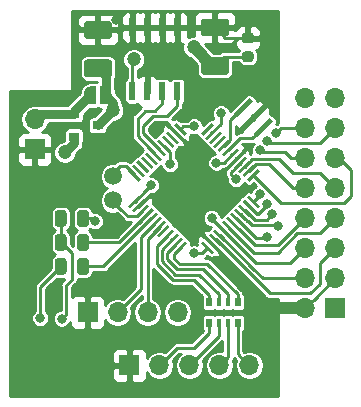
<source format=gbl>
G04 #@! TF.GenerationSoftware,KiCad,Pcbnew,5.0.2+dfsg1-1*
G04 #@! TF.CreationDate,2019-02-22T20:57:12+02:00*
G04 #@! TF.ProjectId,e3634a_oled,65333633-3461-45f6-9f6c-65642e6b6963,A*
G04 #@! TF.SameCoordinates,Original*
G04 #@! TF.FileFunction,Copper,L2,Bot*
G04 #@! TF.FilePolarity,Positive*
%FSLAX46Y46*%
G04 Gerber Fmt 4.6, Leading zero omitted, Abs format (unit mm)*
G04 Created by KiCad (PCBNEW 5.0.2+dfsg1-1) date Fri 22 Feb 2019 08:57:12 PM EET*
%MOMM*%
%LPD*%
G01*
G04 APERTURE LIST*
G04 #@! TA.AperFunction,ComponentPad*
%ADD10O,1.700000X1.700000*%
G04 #@! TD*
G04 #@! TA.AperFunction,ComponentPad*
%ADD11R,1.700000X1.700000*%
G04 #@! TD*
G04 #@! TA.AperFunction,SMDPad,CuDef*
%ADD12R,0.900000X0.800000*%
G04 #@! TD*
G04 #@! TA.AperFunction,Conductor*
%ADD13C,0.100000*%
G04 #@! TD*
G04 #@! TA.AperFunction,SMDPad,CuDef*
%ADD14C,0.975000*%
G04 #@! TD*
G04 #@! TA.AperFunction,SMDPad,CuDef*
%ADD15C,0.250000*%
G04 #@! TD*
G04 #@! TA.AperFunction,SMDPad,CuDef*
%ADD16C,0.400000*%
G04 #@! TD*
G04 #@! TA.AperFunction,SMDPad,CuDef*
%ADD17C,1.500000*%
G04 #@! TD*
G04 #@! TA.AperFunction,SMDPad,CuDef*
%ADD18R,0.500000X0.800000*%
G04 #@! TD*
G04 #@! TA.AperFunction,SMDPad,CuDef*
%ADD19R,0.400000X0.800000*%
G04 #@! TD*
G04 #@! TA.AperFunction,SMDPad,CuDef*
%ADD20C,0.875000*%
G04 #@! TD*
G04 #@! TA.AperFunction,SMDPad,CuDef*
%ADD21R,0.600000X1.550000*%
G04 #@! TD*
G04 #@! TA.AperFunction,SMDPad,CuDef*
%ADD22C,0.500000*%
G04 #@! TD*
G04 #@! TA.AperFunction,ComponentPad*
%ADD23C,1.500000*%
G04 #@! TD*
G04 #@! TA.AperFunction,ViaPad*
%ADD24C,0.800000*%
G04 #@! TD*
G04 #@! TA.AperFunction,ViaPad*
%ADD25C,1.200000*%
G04 #@! TD*
G04 #@! TA.AperFunction,Conductor*
%ADD26C,0.254000*%
G04 #@! TD*
G04 #@! TA.AperFunction,Conductor*
%ADD27C,0.250000*%
G04 #@! TD*
G04 #@! TA.AperFunction,Conductor*
%ADD28C,1.000000*%
G04 #@! TD*
G04 #@! TA.AperFunction,Conductor*
%ADD29C,0.500000*%
G04 #@! TD*
G04 #@! TA.AperFunction,Conductor*
%ADD30C,0.800000*%
G04 #@! TD*
G04 APERTURE END LIST*
D10*
G04 #@! TO.P,J3,4*
G04 #@! TO.N,+3V3*
X64620000Y-66000000D03*
G04 #@! TO.P,J3,3*
G04 #@! TO.N,/USART_TX*
X62080000Y-66000000D03*
G04 #@! TO.P,J3,2*
G04 #@! TO.N,/USART_RX*
X59540000Y-66000000D03*
D11*
G04 #@! TO.P,J3,1*
G04 #@! TO.N,GND*
X57000000Y-66000000D03*
G04 #@! TD*
D10*
G04 #@! TO.P,J2,16*
G04 #@! TO.N,/DB7*
X75400000Y-47874000D03*
G04 #@! TO.P,J2,15*
G04 #@! TO.N,/DB6*
X77940000Y-47874000D03*
G04 #@! TO.P,J2,14*
G04 #@! TO.N,/DB5*
X75400000Y-50414000D03*
G04 #@! TO.P,J2,13*
G04 #@! TO.N,/DB4*
X77940000Y-50414000D03*
G04 #@! TO.P,J2,12*
G04 #@! TO.N,/DB3*
X75400000Y-52954000D03*
G04 #@! TO.P,J2,11*
G04 #@! TO.N,/DB2*
X77940000Y-52954000D03*
G04 #@! TO.P,J2,10*
G04 #@! TO.N,/DB1*
X75400000Y-55494000D03*
G04 #@! TO.P,J2,9*
G04 #@! TO.N,/DB0*
X77940000Y-55494000D03*
G04 #@! TO.P,J2,8*
G04 #@! TO.N,/RD*
X75400000Y-58034000D03*
G04 #@! TO.P,J2,7*
G04 #@! TO.N,/WR*
X77940000Y-58034000D03*
G04 #@! TO.P,J2,6*
G04 #@! TO.N,/BOOT1*
X75400000Y-60574000D03*
G04 #@! TO.P,J2,5*
G04 #@! TO.N,/CS*
X77940000Y-60574000D03*
G04 #@! TO.P,J2,4*
G04 #@! TO.N,/Reset*
X75400000Y-63114000D03*
G04 #@! TO.P,J2,3*
G04 #@! TO.N,GND*
X77940000Y-63114000D03*
G04 #@! TO.P,J2,2*
X75400000Y-65654000D03*
D11*
G04 #@! TO.P,J2,1*
G04 #@! TO.N,+3V3*
X77940000Y-65654000D03*
G04 #@! TD*
D12*
G04 #@! TO.P,D3,1*
G04 #@! TO.N,VBUS*
X55858000Y-51110000D03*
G04 #@! TO.P,D3,2*
G04 #@! TO.N,+5V*
X55858000Y-49210000D03*
G04 #@! TO.P,D3,3*
G04 #@! TO.N,/Vin*
X57858000Y-50160000D03*
G04 #@! TD*
D13*
G04 #@! TO.N,Net-(J1-Pad3)*
G04 #@! TO.C,R2*
G36*
X54996642Y-57335174D02*
X55020303Y-57338684D01*
X55043507Y-57344496D01*
X55066029Y-57352554D01*
X55087653Y-57362782D01*
X55108170Y-57375079D01*
X55127383Y-57389329D01*
X55145107Y-57405393D01*
X55161171Y-57423117D01*
X55175421Y-57442330D01*
X55187718Y-57462847D01*
X55197946Y-57484471D01*
X55206004Y-57506993D01*
X55211816Y-57530197D01*
X55215326Y-57553858D01*
X55216500Y-57577750D01*
X55216500Y-58490250D01*
X55215326Y-58514142D01*
X55211816Y-58537803D01*
X55206004Y-58561007D01*
X55197946Y-58583529D01*
X55187718Y-58605153D01*
X55175421Y-58625670D01*
X55161171Y-58644883D01*
X55145107Y-58662607D01*
X55127383Y-58678671D01*
X55108170Y-58692921D01*
X55087653Y-58705218D01*
X55066029Y-58715446D01*
X55043507Y-58723504D01*
X55020303Y-58729316D01*
X54996642Y-58732826D01*
X54972750Y-58734000D01*
X54485250Y-58734000D01*
X54461358Y-58732826D01*
X54437697Y-58729316D01*
X54414493Y-58723504D01*
X54391971Y-58715446D01*
X54370347Y-58705218D01*
X54349830Y-58692921D01*
X54330617Y-58678671D01*
X54312893Y-58662607D01*
X54296829Y-58644883D01*
X54282579Y-58625670D01*
X54270282Y-58605153D01*
X54260054Y-58583529D01*
X54251996Y-58561007D01*
X54246184Y-58537803D01*
X54242674Y-58514142D01*
X54241500Y-58490250D01*
X54241500Y-57577750D01*
X54242674Y-57553858D01*
X54246184Y-57530197D01*
X54251996Y-57506993D01*
X54260054Y-57484471D01*
X54270282Y-57462847D01*
X54282579Y-57442330D01*
X54296829Y-57423117D01*
X54312893Y-57405393D01*
X54330617Y-57389329D01*
X54349830Y-57375079D01*
X54370347Y-57362782D01*
X54391971Y-57352554D01*
X54414493Y-57344496D01*
X54437697Y-57338684D01*
X54461358Y-57335174D01*
X54485250Y-57334000D01*
X54972750Y-57334000D01*
X54996642Y-57335174D01*
X54996642Y-57335174D01*
G37*
D14*
G04 #@! TD*
G04 #@! TO.P,R2,1*
G04 #@! TO.N,Net-(J1-Pad3)*
X54729000Y-58034000D03*
D13*
G04 #@! TO.N,+3V3*
G04 #@! TO.C,R2*
G36*
X56871642Y-57335174D02*
X56895303Y-57338684D01*
X56918507Y-57344496D01*
X56941029Y-57352554D01*
X56962653Y-57362782D01*
X56983170Y-57375079D01*
X57002383Y-57389329D01*
X57020107Y-57405393D01*
X57036171Y-57423117D01*
X57050421Y-57442330D01*
X57062718Y-57462847D01*
X57072946Y-57484471D01*
X57081004Y-57506993D01*
X57086816Y-57530197D01*
X57090326Y-57553858D01*
X57091500Y-57577750D01*
X57091500Y-58490250D01*
X57090326Y-58514142D01*
X57086816Y-58537803D01*
X57081004Y-58561007D01*
X57072946Y-58583529D01*
X57062718Y-58605153D01*
X57050421Y-58625670D01*
X57036171Y-58644883D01*
X57020107Y-58662607D01*
X57002383Y-58678671D01*
X56983170Y-58692921D01*
X56962653Y-58705218D01*
X56941029Y-58715446D01*
X56918507Y-58723504D01*
X56895303Y-58729316D01*
X56871642Y-58732826D01*
X56847750Y-58734000D01*
X56360250Y-58734000D01*
X56336358Y-58732826D01*
X56312697Y-58729316D01*
X56289493Y-58723504D01*
X56266971Y-58715446D01*
X56245347Y-58705218D01*
X56224830Y-58692921D01*
X56205617Y-58678671D01*
X56187893Y-58662607D01*
X56171829Y-58644883D01*
X56157579Y-58625670D01*
X56145282Y-58605153D01*
X56135054Y-58583529D01*
X56126996Y-58561007D01*
X56121184Y-58537803D01*
X56117674Y-58514142D01*
X56116500Y-58490250D01*
X56116500Y-57577750D01*
X56117674Y-57553858D01*
X56121184Y-57530197D01*
X56126996Y-57506993D01*
X56135054Y-57484471D01*
X56145282Y-57462847D01*
X56157579Y-57442330D01*
X56171829Y-57423117D01*
X56187893Y-57405393D01*
X56205617Y-57389329D01*
X56224830Y-57375079D01*
X56245347Y-57362782D01*
X56266971Y-57352554D01*
X56289493Y-57344496D01*
X56312697Y-57338684D01*
X56336358Y-57335174D01*
X56360250Y-57334000D01*
X56847750Y-57334000D01*
X56871642Y-57335174D01*
X56871642Y-57335174D01*
G37*
D14*
G04 #@! TD*
G04 #@! TO.P,R2,2*
G04 #@! TO.N,+3V3*
X56604000Y-58034000D03*
D13*
G04 #@! TO.N,Net-(J1-Pad3)*
G04 #@! TO.C,R5*
G36*
X54996640Y-59367174D02*
X55020301Y-59370684D01*
X55043505Y-59376496D01*
X55066027Y-59384554D01*
X55087651Y-59394782D01*
X55108168Y-59407079D01*
X55127381Y-59421329D01*
X55145105Y-59437393D01*
X55161169Y-59455117D01*
X55175419Y-59474330D01*
X55187716Y-59494847D01*
X55197944Y-59516471D01*
X55206002Y-59538993D01*
X55211814Y-59562197D01*
X55215324Y-59585858D01*
X55216498Y-59609750D01*
X55216498Y-60522250D01*
X55215324Y-60546142D01*
X55211814Y-60569803D01*
X55206002Y-60593007D01*
X55197944Y-60615529D01*
X55187716Y-60637153D01*
X55175419Y-60657670D01*
X55161169Y-60676883D01*
X55145105Y-60694607D01*
X55127381Y-60710671D01*
X55108168Y-60724921D01*
X55087651Y-60737218D01*
X55066027Y-60747446D01*
X55043505Y-60755504D01*
X55020301Y-60761316D01*
X54996640Y-60764826D01*
X54972748Y-60766000D01*
X54485248Y-60766000D01*
X54461356Y-60764826D01*
X54437695Y-60761316D01*
X54414491Y-60755504D01*
X54391969Y-60747446D01*
X54370345Y-60737218D01*
X54349828Y-60724921D01*
X54330615Y-60710671D01*
X54312891Y-60694607D01*
X54296827Y-60676883D01*
X54282577Y-60657670D01*
X54270280Y-60637153D01*
X54260052Y-60615529D01*
X54251994Y-60593007D01*
X54246182Y-60569803D01*
X54242672Y-60546142D01*
X54241498Y-60522250D01*
X54241498Y-59609750D01*
X54242672Y-59585858D01*
X54246182Y-59562197D01*
X54251994Y-59538993D01*
X54260052Y-59516471D01*
X54270280Y-59494847D01*
X54282577Y-59474330D01*
X54296827Y-59455117D01*
X54312891Y-59437393D01*
X54330615Y-59421329D01*
X54349828Y-59407079D01*
X54370345Y-59394782D01*
X54391969Y-59384554D01*
X54414491Y-59376496D01*
X54437695Y-59370684D01*
X54461356Y-59367174D01*
X54485248Y-59366000D01*
X54972748Y-59366000D01*
X54996640Y-59367174D01*
X54996640Y-59367174D01*
G37*
D14*
G04 #@! TD*
G04 #@! TO.P,R5,2*
G04 #@! TO.N,Net-(J1-Pad3)*
X54728998Y-60066000D03*
D13*
G04 #@! TO.N,/USBDP*
G04 #@! TO.C,R5*
G36*
X56871642Y-59367174D02*
X56895303Y-59370684D01*
X56918507Y-59376496D01*
X56941029Y-59384554D01*
X56962653Y-59394782D01*
X56983170Y-59407079D01*
X57002383Y-59421329D01*
X57020107Y-59437393D01*
X57036171Y-59455117D01*
X57050421Y-59474330D01*
X57062718Y-59494847D01*
X57072946Y-59516471D01*
X57081004Y-59538993D01*
X57086816Y-59562197D01*
X57090326Y-59585858D01*
X57091500Y-59609750D01*
X57091500Y-60522250D01*
X57090326Y-60546142D01*
X57086816Y-60569803D01*
X57081004Y-60593007D01*
X57072946Y-60615529D01*
X57062718Y-60637153D01*
X57050421Y-60657670D01*
X57036171Y-60676883D01*
X57020107Y-60694607D01*
X57002383Y-60710671D01*
X56983170Y-60724921D01*
X56962653Y-60737218D01*
X56941029Y-60747446D01*
X56918507Y-60755504D01*
X56895303Y-60761316D01*
X56871642Y-60764826D01*
X56847750Y-60766000D01*
X56360250Y-60766000D01*
X56336358Y-60764826D01*
X56312697Y-60761316D01*
X56289493Y-60755504D01*
X56266971Y-60747446D01*
X56245347Y-60737218D01*
X56224830Y-60724921D01*
X56205617Y-60710671D01*
X56187893Y-60694607D01*
X56171829Y-60676883D01*
X56157579Y-60657670D01*
X56145282Y-60637153D01*
X56135054Y-60615529D01*
X56126996Y-60593007D01*
X56121184Y-60569803D01*
X56117674Y-60546142D01*
X56116500Y-60522250D01*
X56116500Y-59609750D01*
X56117674Y-59585858D01*
X56121184Y-59562197D01*
X56126996Y-59538993D01*
X56135054Y-59516471D01*
X56145282Y-59494847D01*
X56157579Y-59474330D01*
X56171829Y-59455117D01*
X56187893Y-59437393D01*
X56205617Y-59421329D01*
X56224830Y-59407079D01*
X56245347Y-59394782D01*
X56266971Y-59384554D01*
X56289493Y-59376496D01*
X56312697Y-59370684D01*
X56336358Y-59367174D01*
X56360250Y-59366000D01*
X56847750Y-59366000D01*
X56871642Y-59367174D01*
X56871642Y-59367174D01*
G37*
D14*
G04 #@! TD*
G04 #@! TO.P,R5,1*
G04 #@! TO.N,/USBDP*
X56604000Y-60066000D03*
D13*
G04 #@! TO.N,Net-(J1-Pad2)*
G04 #@! TO.C,R6*
G36*
X54996642Y-61399174D02*
X55020303Y-61402684D01*
X55043507Y-61408496D01*
X55066029Y-61416554D01*
X55087653Y-61426782D01*
X55108170Y-61439079D01*
X55127383Y-61453329D01*
X55145107Y-61469393D01*
X55161171Y-61487117D01*
X55175421Y-61506330D01*
X55187718Y-61526847D01*
X55197946Y-61548471D01*
X55206004Y-61570993D01*
X55211816Y-61594197D01*
X55215326Y-61617858D01*
X55216500Y-61641750D01*
X55216500Y-62554250D01*
X55215326Y-62578142D01*
X55211816Y-62601803D01*
X55206004Y-62625007D01*
X55197946Y-62647529D01*
X55187718Y-62669153D01*
X55175421Y-62689670D01*
X55161171Y-62708883D01*
X55145107Y-62726607D01*
X55127383Y-62742671D01*
X55108170Y-62756921D01*
X55087653Y-62769218D01*
X55066029Y-62779446D01*
X55043507Y-62787504D01*
X55020303Y-62793316D01*
X54996642Y-62796826D01*
X54972750Y-62798000D01*
X54485250Y-62798000D01*
X54461358Y-62796826D01*
X54437697Y-62793316D01*
X54414493Y-62787504D01*
X54391971Y-62779446D01*
X54370347Y-62769218D01*
X54349830Y-62756921D01*
X54330617Y-62742671D01*
X54312893Y-62726607D01*
X54296829Y-62708883D01*
X54282579Y-62689670D01*
X54270282Y-62669153D01*
X54260054Y-62647529D01*
X54251996Y-62625007D01*
X54246184Y-62601803D01*
X54242674Y-62578142D01*
X54241500Y-62554250D01*
X54241500Y-61641750D01*
X54242674Y-61617858D01*
X54246184Y-61594197D01*
X54251996Y-61570993D01*
X54260054Y-61548471D01*
X54270282Y-61526847D01*
X54282579Y-61506330D01*
X54296829Y-61487117D01*
X54312893Y-61469393D01*
X54330617Y-61453329D01*
X54349830Y-61439079D01*
X54370347Y-61426782D01*
X54391971Y-61416554D01*
X54414493Y-61408496D01*
X54437697Y-61402684D01*
X54461358Y-61399174D01*
X54485250Y-61398000D01*
X54972750Y-61398000D01*
X54996642Y-61399174D01*
X54996642Y-61399174D01*
G37*
D14*
G04 #@! TD*
G04 #@! TO.P,R6,2*
G04 #@! TO.N,Net-(J1-Pad2)*
X54729000Y-62098000D03*
D13*
G04 #@! TO.N,/USBDN*
G04 #@! TO.C,R6*
G36*
X56871642Y-61399174D02*
X56895303Y-61402684D01*
X56918507Y-61408496D01*
X56941029Y-61416554D01*
X56962653Y-61426782D01*
X56983170Y-61439079D01*
X57002383Y-61453329D01*
X57020107Y-61469393D01*
X57036171Y-61487117D01*
X57050421Y-61506330D01*
X57062718Y-61526847D01*
X57072946Y-61548471D01*
X57081004Y-61570993D01*
X57086816Y-61594197D01*
X57090326Y-61617858D01*
X57091500Y-61641750D01*
X57091500Y-62554250D01*
X57090326Y-62578142D01*
X57086816Y-62601803D01*
X57081004Y-62625007D01*
X57072946Y-62647529D01*
X57062718Y-62669153D01*
X57050421Y-62689670D01*
X57036171Y-62708883D01*
X57020107Y-62726607D01*
X57002383Y-62742671D01*
X56983170Y-62756921D01*
X56962653Y-62769218D01*
X56941029Y-62779446D01*
X56918507Y-62787504D01*
X56895303Y-62793316D01*
X56871642Y-62796826D01*
X56847750Y-62798000D01*
X56360250Y-62798000D01*
X56336358Y-62796826D01*
X56312697Y-62793316D01*
X56289493Y-62787504D01*
X56266971Y-62779446D01*
X56245347Y-62769218D01*
X56224830Y-62756921D01*
X56205617Y-62742671D01*
X56187893Y-62726607D01*
X56171829Y-62708883D01*
X56157579Y-62689670D01*
X56145282Y-62669153D01*
X56135054Y-62647529D01*
X56126996Y-62625007D01*
X56121184Y-62601803D01*
X56117674Y-62578142D01*
X56116500Y-62554250D01*
X56116500Y-61641750D01*
X56117674Y-61617858D01*
X56121184Y-61594197D01*
X56126996Y-61570993D01*
X56135054Y-61548471D01*
X56145282Y-61526847D01*
X56157579Y-61506330D01*
X56171829Y-61487117D01*
X56187893Y-61469393D01*
X56205617Y-61453329D01*
X56224830Y-61439079D01*
X56245347Y-61426782D01*
X56266971Y-61416554D01*
X56289493Y-61408496D01*
X56312697Y-61402684D01*
X56336358Y-61399174D01*
X56360250Y-61398000D01*
X56847750Y-61398000D01*
X56871642Y-61399174D01*
X56871642Y-61399174D01*
G37*
D14*
G04 #@! TD*
G04 #@! TO.P,R6,1*
G04 #@! TO.N,/USBDN*
X56604000Y-62098000D03*
D15*
G04 #@! TO.P,U1,1*
G04 #@! TO.N,Net-(U1-Pad1)*
X67131371Y-50479542D03*
D13*
G04 #@! TD*
G04 #@! TO.N,Net-(U1-Pad1)*
G04 #@! TO.C,U1*
G36*
X67502602Y-49931534D02*
X67679379Y-50108311D01*
X66760140Y-51027550D01*
X66583363Y-50850773D01*
X67502602Y-49931534D01*
X67502602Y-49931534D01*
G37*
D15*
G04 #@! TO.P,U1,2*
G04 #@! TO.N,/PC13*
X67484924Y-50833095D03*
D13*
G04 #@! TD*
G04 #@! TO.N,/PC13*
G04 #@! TO.C,U1*
G36*
X67856155Y-50285087D02*
X68032932Y-50461864D01*
X67113693Y-51381103D01*
X66936916Y-51204326D01*
X67856155Y-50285087D01*
X67856155Y-50285087D01*
G37*
D15*
G04 #@! TO.P,U1,3*
G04 #@! TO.N,Net-(U1-Pad3)*
X67838478Y-51186649D03*
D13*
G04 #@! TD*
G04 #@! TO.N,Net-(U1-Pad3)*
G04 #@! TO.C,U1*
G36*
X68209709Y-50638641D02*
X68386486Y-50815418D01*
X67467247Y-51734657D01*
X67290470Y-51557880D01*
X68209709Y-50638641D01*
X68209709Y-50638641D01*
G37*
D15*
G04 #@! TO.P,U1,4*
G04 #@! TO.N,Net-(U1-Pad4)*
X68192031Y-51540202D03*
D13*
G04 #@! TD*
G04 #@! TO.N,Net-(U1-Pad4)*
G04 #@! TO.C,U1*
G36*
X68563262Y-50992194D02*
X68740039Y-51168971D01*
X67820800Y-52088210D01*
X67644023Y-51911433D01*
X68563262Y-50992194D01*
X68563262Y-50992194D01*
G37*
D15*
G04 #@! TO.P,U1,5*
G04 #@! TO.N,Net-(U1-Pad5)*
X68545584Y-51893755D03*
D13*
G04 #@! TD*
G04 #@! TO.N,Net-(U1-Pad5)*
G04 #@! TO.C,U1*
G36*
X68916815Y-51345747D02*
X69093592Y-51522524D01*
X68174353Y-52441763D01*
X67997576Y-52264986D01*
X68916815Y-51345747D01*
X68916815Y-51345747D01*
G37*
D15*
G04 #@! TO.P,U1,6*
G04 #@! TO.N,Net-(U1-Pad6)*
X68899138Y-52247309D03*
D13*
G04 #@! TD*
G04 #@! TO.N,Net-(U1-Pad6)*
G04 #@! TO.C,U1*
G36*
X69270369Y-51699301D02*
X69447146Y-51876078D01*
X68527907Y-52795317D01*
X68351130Y-52618540D01*
X69270369Y-51699301D01*
X69270369Y-51699301D01*
G37*
D15*
G04 #@! TO.P,U1,7*
G04 #@! TO.N,Net-(R1-Pad2)*
X69252691Y-52600862D03*
D13*
G04 #@! TD*
G04 #@! TO.N,Net-(R1-Pad2)*
G04 #@! TO.C,U1*
G36*
X69623922Y-52052854D02*
X69800699Y-52229631D01*
X68881460Y-53148870D01*
X68704683Y-52972093D01*
X69623922Y-52052854D01*
X69623922Y-52052854D01*
G37*
D15*
G04 #@! TO.P,U1,8*
G04 #@! TO.N,GND*
X69606245Y-52954416D03*
D13*
G04 #@! TD*
G04 #@! TO.N,GND*
G04 #@! TO.C,U1*
G36*
X69977476Y-52406408D02*
X70154253Y-52583185D01*
X69235014Y-53502424D01*
X69058237Y-53325647D01*
X69977476Y-52406408D01*
X69977476Y-52406408D01*
G37*
D15*
G04 #@! TO.P,U1,9*
G04 #@! TO.N,+3V3*
X69959798Y-53307969D03*
D13*
G04 #@! TD*
G04 #@! TO.N,+3V3*
G04 #@! TO.C,U1*
G36*
X70331029Y-52759961D02*
X70507806Y-52936738D01*
X69588567Y-53855977D01*
X69411790Y-53679200D01*
X70331029Y-52759961D01*
X70331029Y-52759961D01*
G37*
D15*
G04 #@! TO.P,U1,10*
G04 #@! TO.N,/DB0*
X70313351Y-53661522D03*
D13*
G04 #@! TD*
G04 #@! TO.N,/DB0*
G04 #@! TO.C,U1*
G36*
X70684582Y-53113514D02*
X70861359Y-53290291D01*
X69942120Y-54209530D01*
X69765343Y-54032753D01*
X70684582Y-53113514D01*
X70684582Y-53113514D01*
G37*
D15*
G04 #@! TO.P,U1,11*
G04 #@! TO.N,/DB1*
X70666905Y-54015076D03*
D13*
G04 #@! TD*
G04 #@! TO.N,/DB1*
G04 #@! TO.C,U1*
G36*
X71038136Y-53467068D02*
X71214913Y-53643845D01*
X70295674Y-54563084D01*
X70118897Y-54386307D01*
X71038136Y-53467068D01*
X71038136Y-53467068D01*
G37*
D15*
G04 #@! TO.P,U1,12*
G04 #@! TO.N,/DB2*
X71020458Y-54368629D03*
D13*
G04 #@! TD*
G04 #@! TO.N,/DB2*
G04 #@! TO.C,U1*
G36*
X71391689Y-53820621D02*
X71568466Y-53997398D01*
X70649227Y-54916637D01*
X70472450Y-54739860D01*
X71391689Y-53820621D01*
X71391689Y-53820621D01*
G37*
D15*
G04 #@! TO.P,U1,13*
G04 #@! TO.N,/DB3*
X71020458Y-56631371D03*
D13*
G04 #@! TD*
G04 #@! TO.N,/DB3*
G04 #@! TO.C,U1*
G36*
X71568466Y-57002602D02*
X71391689Y-57179379D01*
X70472450Y-56260140D01*
X70649227Y-56083363D01*
X71568466Y-57002602D01*
X71568466Y-57002602D01*
G37*
D15*
G04 #@! TO.P,U1,14*
G04 #@! TO.N,/DB4*
X70666905Y-56984924D03*
D13*
G04 #@! TD*
G04 #@! TO.N,/DB4*
G04 #@! TO.C,U1*
G36*
X71214913Y-57356155D02*
X71038136Y-57532932D01*
X70118897Y-56613693D01*
X70295674Y-56436916D01*
X71214913Y-57356155D01*
X71214913Y-57356155D01*
G37*
D15*
G04 #@! TO.P,U1,15*
G04 #@! TO.N,/DB5*
X70313351Y-57338478D03*
D13*
G04 #@! TD*
G04 #@! TO.N,/DB5*
G04 #@! TO.C,U1*
G36*
X70861359Y-57709709D02*
X70684582Y-57886486D01*
X69765343Y-56967247D01*
X69942120Y-56790470D01*
X70861359Y-57709709D01*
X70861359Y-57709709D01*
G37*
D15*
G04 #@! TO.P,U1,16*
G04 #@! TO.N,/DB6*
X69959798Y-57692031D03*
D13*
G04 #@! TD*
G04 #@! TO.N,/DB6*
G04 #@! TO.C,U1*
G36*
X70507806Y-58063262D02*
X70331029Y-58240039D01*
X69411790Y-57320800D01*
X69588567Y-57144023D01*
X70507806Y-58063262D01*
X70507806Y-58063262D01*
G37*
D15*
G04 #@! TO.P,U1,17*
G04 #@! TO.N,/DB7*
X69606245Y-58045584D03*
D13*
G04 #@! TD*
G04 #@! TO.N,/DB7*
G04 #@! TO.C,U1*
G36*
X70154253Y-58416815D02*
X69977476Y-58593592D01*
X69058237Y-57674353D01*
X69235014Y-57497576D01*
X70154253Y-58416815D01*
X70154253Y-58416815D01*
G37*
D15*
G04 #@! TO.P,U1,18*
G04 #@! TO.N,/RD*
X69252691Y-58399138D03*
D13*
G04 #@! TD*
G04 #@! TO.N,/RD*
G04 #@! TO.C,U1*
G36*
X69800699Y-58770369D02*
X69623922Y-58947146D01*
X68704683Y-58027907D01*
X68881460Y-57851130D01*
X69800699Y-58770369D01*
X69800699Y-58770369D01*
G37*
D15*
G04 #@! TO.P,U1,19*
G04 #@! TO.N,/WR*
X68899138Y-58752691D03*
D13*
G04 #@! TD*
G04 #@! TO.N,/WR*
G04 #@! TO.C,U1*
G36*
X69447146Y-59123922D02*
X69270369Y-59300699D01*
X68351130Y-58381460D01*
X68527907Y-58204683D01*
X69447146Y-59123922D01*
X69447146Y-59123922D01*
G37*
D15*
G04 #@! TO.P,U1,20*
G04 #@! TO.N,/BOOT1*
X68545584Y-59106245D03*
D13*
G04 #@! TD*
G04 #@! TO.N,/BOOT1*
G04 #@! TO.C,U1*
G36*
X69093592Y-59477476D02*
X68916815Y-59654253D01*
X67997576Y-58735014D01*
X68174353Y-58558237D01*
X69093592Y-59477476D01*
X69093592Y-59477476D01*
G37*
D15*
G04 #@! TO.P,U1,21*
G04 #@! TO.N,/Reset*
X68192031Y-59459798D03*
D13*
G04 #@! TD*
G04 #@! TO.N,/Reset*
G04 #@! TO.C,U1*
G36*
X68740039Y-59831029D02*
X68563262Y-60007806D01*
X67644023Y-59088567D01*
X67820800Y-58911790D01*
X68740039Y-59831029D01*
X68740039Y-59831029D01*
G37*
D15*
G04 #@! TO.P,U1,22*
G04 #@! TO.N,/CS*
X67838478Y-59813351D03*
D13*
G04 #@! TD*
G04 #@! TO.N,/CS*
G04 #@! TO.C,U1*
G36*
X68386486Y-60184582D02*
X68209709Y-60361359D01*
X67290470Y-59442120D01*
X67467247Y-59265343D01*
X68386486Y-60184582D01*
X68386486Y-60184582D01*
G37*
D15*
G04 #@! TO.P,U1,23*
G04 #@! TO.N,GND*
X67484924Y-60166905D03*
D13*
G04 #@! TD*
G04 #@! TO.N,GND*
G04 #@! TO.C,U1*
G36*
X68032932Y-60538136D02*
X67856155Y-60714913D01*
X66936916Y-59795674D01*
X67113693Y-59618897D01*
X68032932Y-60538136D01*
X68032932Y-60538136D01*
G37*
D15*
G04 #@! TO.P,U1,24*
G04 #@! TO.N,+3V3*
X67131371Y-60520458D03*
D13*
G04 #@! TD*
G04 #@! TO.N,+3V3*
G04 #@! TO.C,U1*
G36*
X67679379Y-60891689D02*
X67502602Y-61068466D01*
X66583363Y-60149227D01*
X66760140Y-59972450D01*
X67679379Y-60891689D01*
X67679379Y-60891689D01*
G37*
D15*
G04 #@! TO.P,U1,25*
G04 #@! TO.N,Net-(RN1-Pad8)*
X64868629Y-60520458D03*
D13*
G04 #@! TD*
G04 #@! TO.N,Net-(RN1-Pad8)*
G04 #@! TO.C,U1*
G36*
X65239860Y-59972450D02*
X65416637Y-60149227D01*
X64497398Y-61068466D01*
X64320621Y-60891689D01*
X65239860Y-59972450D01*
X65239860Y-59972450D01*
G37*
D15*
G04 #@! TO.P,U1,26*
G04 #@! TO.N,Net-(RN1-Pad7)*
X64515076Y-60166905D03*
D13*
G04 #@! TD*
G04 #@! TO.N,Net-(RN1-Pad7)*
G04 #@! TO.C,U1*
G36*
X64886307Y-59618897D02*
X65063084Y-59795674D01*
X64143845Y-60714913D01*
X63967068Y-60538136D01*
X64886307Y-59618897D01*
X64886307Y-59618897D01*
G37*
D15*
G04 #@! TO.P,U1,27*
G04 #@! TO.N,Net-(RN1-Pad6)*
X64161522Y-59813351D03*
D13*
G04 #@! TD*
G04 #@! TO.N,Net-(RN1-Pad6)*
G04 #@! TO.C,U1*
G36*
X64532753Y-59265343D02*
X64709530Y-59442120D01*
X63790291Y-60361359D01*
X63613514Y-60184582D01*
X64532753Y-59265343D01*
X64532753Y-59265343D01*
G37*
D15*
G04 #@! TO.P,U1,28*
G04 #@! TO.N,Net-(RN1-Pad5)*
X63807969Y-59459798D03*
D13*
G04 #@! TD*
G04 #@! TO.N,Net-(RN1-Pad5)*
G04 #@! TO.C,U1*
G36*
X64179200Y-58911790D02*
X64355977Y-59088567D01*
X63436738Y-60007806D01*
X63259961Y-59831029D01*
X64179200Y-58911790D01*
X64179200Y-58911790D01*
G37*
D15*
G04 #@! TO.P,U1,29*
G04 #@! TO.N,Net-(U1-Pad29)*
X63454416Y-59106245D03*
D13*
G04 #@! TD*
G04 #@! TO.N,Net-(U1-Pad29)*
G04 #@! TO.C,U1*
G36*
X63825647Y-58558237D02*
X64002424Y-58735014D01*
X63083185Y-59654253D01*
X62906408Y-59477476D01*
X63825647Y-58558237D01*
X63825647Y-58558237D01*
G37*
D15*
G04 #@! TO.P,U1,30*
G04 #@! TO.N,/USART_TX*
X63100862Y-58752691D03*
D13*
G04 #@! TD*
G04 #@! TO.N,/USART_TX*
G04 #@! TO.C,U1*
G36*
X63472093Y-58204683D02*
X63648870Y-58381460D01*
X62729631Y-59300699D01*
X62552854Y-59123922D01*
X63472093Y-58204683D01*
X63472093Y-58204683D01*
G37*
D15*
G04 #@! TO.P,U1,31*
G04 #@! TO.N,/USART_RX*
X62747309Y-58399138D03*
D13*
G04 #@! TD*
G04 #@! TO.N,/USART_RX*
G04 #@! TO.C,U1*
G36*
X63118540Y-57851130D02*
X63295317Y-58027907D01*
X62376078Y-58947146D01*
X62199301Y-58770369D01*
X63118540Y-57851130D01*
X63118540Y-57851130D01*
G37*
D15*
G04 #@! TO.P,U1,32*
G04 #@! TO.N,/USBDN*
X62393755Y-58045584D03*
D13*
G04 #@! TD*
G04 #@! TO.N,/USBDN*
G04 #@! TO.C,U1*
G36*
X62764986Y-57497576D02*
X62941763Y-57674353D01*
X62022524Y-58593592D01*
X61845747Y-58416815D01*
X62764986Y-57497576D01*
X62764986Y-57497576D01*
G37*
D15*
G04 #@! TO.P,U1,33*
G04 #@! TO.N,/USBDP*
X62040202Y-57692031D03*
D13*
G04 #@! TD*
G04 #@! TO.N,/USBDP*
G04 #@! TO.C,U1*
G36*
X62411433Y-57144023D02*
X62588210Y-57320800D01*
X61668971Y-58240039D01*
X61492194Y-58063262D01*
X62411433Y-57144023D01*
X62411433Y-57144023D01*
G37*
D15*
G04 #@! TO.P,U1,34*
G04 #@! TO.N,/SWDIO*
X61686649Y-57338478D03*
D13*
G04 #@! TD*
G04 #@! TO.N,/SWDIO*
G04 #@! TO.C,U1*
G36*
X62057880Y-56790470D02*
X62234657Y-56967247D01*
X61315418Y-57886486D01*
X61138641Y-57709709D01*
X62057880Y-56790470D01*
X62057880Y-56790470D01*
G37*
D15*
G04 #@! TO.P,U1,35*
G04 #@! TO.N,GND*
X61333095Y-56984924D03*
D13*
G04 #@! TD*
G04 #@! TO.N,GND*
G04 #@! TO.C,U1*
G36*
X61704326Y-56436916D02*
X61881103Y-56613693D01*
X60961864Y-57532932D01*
X60785087Y-57356155D01*
X61704326Y-56436916D01*
X61704326Y-56436916D01*
G37*
D15*
G04 #@! TO.P,U1,36*
G04 #@! TO.N,+3V3*
X60979542Y-56631371D03*
D13*
G04 #@! TD*
G04 #@! TO.N,+3V3*
G04 #@! TO.C,U1*
G36*
X61350773Y-56083363D02*
X61527550Y-56260140D01*
X60608311Y-57179379D01*
X60431534Y-57002602D01*
X61350773Y-56083363D01*
X61350773Y-56083363D01*
G37*
D15*
G04 #@! TO.P,U1,37*
G04 #@! TO.N,/SWCLK*
X60979542Y-54368629D03*
D13*
G04 #@! TD*
G04 #@! TO.N,/SWCLK*
G04 #@! TO.C,U1*
G36*
X61527550Y-54739860D02*
X61350773Y-54916637D01*
X60431534Y-53997398D01*
X60608311Y-53820621D01*
X61527550Y-54739860D01*
X61527550Y-54739860D01*
G37*
D15*
G04 #@! TO.P,U1,38*
G04 #@! TO.N,Net-(U1-Pad38)*
X61333095Y-54015076D03*
D13*
G04 #@! TD*
G04 #@! TO.N,Net-(U1-Pad38)*
G04 #@! TO.C,U1*
G36*
X61881103Y-54386307D02*
X61704326Y-54563084D01*
X60785087Y-53643845D01*
X60961864Y-53467068D01*
X61881103Y-54386307D01*
X61881103Y-54386307D01*
G37*
D15*
G04 #@! TO.P,U1,39*
G04 #@! TO.N,Net-(U1-Pad39)*
X61686649Y-53661522D03*
D13*
G04 #@! TD*
G04 #@! TO.N,Net-(U1-Pad39)*
G04 #@! TO.C,U1*
G36*
X62234657Y-54032753D02*
X62057880Y-54209530D01*
X61138641Y-53290291D01*
X61315418Y-53113514D01*
X62234657Y-54032753D01*
X62234657Y-54032753D01*
G37*
D15*
G04 #@! TO.P,U1,40*
G04 #@! TO.N,Net-(U1-Pad40)*
X62040202Y-53307969D03*
D13*
G04 #@! TD*
G04 #@! TO.N,Net-(U1-Pad40)*
G04 #@! TO.C,U1*
G36*
X62588210Y-53679200D02*
X62411433Y-53855977D01*
X61492194Y-52936738D01*
X61668971Y-52759961D01*
X62588210Y-53679200D01*
X62588210Y-53679200D01*
G37*
D15*
G04 #@! TO.P,U1,41*
G04 #@! TO.N,Net-(U1-Pad41)*
X62393755Y-52954416D03*
D13*
G04 #@! TD*
G04 #@! TO.N,Net-(U1-Pad41)*
G04 #@! TO.C,U1*
G36*
X62941763Y-53325647D02*
X62764986Y-53502424D01*
X61845747Y-52583185D01*
X62022524Y-52406408D01*
X62941763Y-53325647D01*
X62941763Y-53325647D01*
G37*
D15*
G04 #@! TO.P,U1,42*
G04 #@! TO.N,/SCL*
X62747309Y-52600862D03*
D13*
G04 #@! TD*
G04 #@! TO.N,/SCL*
G04 #@! TO.C,U1*
G36*
X63295317Y-52972093D02*
X63118540Y-53148870D01*
X62199301Y-52229631D01*
X62376078Y-52052854D01*
X63295317Y-52972093D01*
X63295317Y-52972093D01*
G37*
D15*
G04 #@! TO.P,U1,43*
G04 #@! TO.N,/SDA*
X63100862Y-52247309D03*
D13*
G04 #@! TD*
G04 #@! TO.N,/SDA*
G04 #@! TO.C,U1*
G36*
X63648870Y-52618540D02*
X63472093Y-52795317D01*
X62552854Y-51876078D01*
X62729631Y-51699301D01*
X63648870Y-52618540D01*
X63648870Y-52618540D01*
G37*
D15*
G04 #@! TO.P,U1,44*
G04 #@! TO.N,/BOOT0*
X63454416Y-51893755D03*
D13*
G04 #@! TD*
G04 #@! TO.N,/BOOT0*
G04 #@! TO.C,U1*
G36*
X64002424Y-52264986D02*
X63825647Y-52441763D01*
X62906408Y-51522524D01*
X63083185Y-51345747D01*
X64002424Y-52264986D01*
X64002424Y-52264986D01*
G37*
D15*
G04 #@! TO.P,U1,45*
G04 #@! TO.N,Net-(U1-Pad45)*
X63807969Y-51540202D03*
D13*
G04 #@! TD*
G04 #@! TO.N,Net-(U1-Pad45)*
G04 #@! TO.C,U1*
G36*
X64355977Y-51911433D02*
X64179200Y-52088210D01*
X63259961Y-51168971D01*
X63436738Y-50992194D01*
X64355977Y-51911433D01*
X64355977Y-51911433D01*
G37*
D15*
G04 #@! TO.P,U1,46*
G04 #@! TO.N,Net-(U1-Pad46)*
X64161522Y-51186649D03*
D13*
G04 #@! TD*
G04 #@! TO.N,Net-(U1-Pad46)*
G04 #@! TO.C,U1*
G36*
X64709530Y-51557880D02*
X64532753Y-51734657D01*
X63613514Y-50815418D01*
X63790291Y-50638641D01*
X64709530Y-51557880D01*
X64709530Y-51557880D01*
G37*
D15*
G04 #@! TO.P,U1,47*
G04 #@! TO.N,GND*
X64515076Y-50833095D03*
D13*
G04 #@! TD*
G04 #@! TO.N,GND*
G04 #@! TO.C,U1*
G36*
X65063084Y-51204326D02*
X64886307Y-51381103D01*
X63967068Y-50461864D01*
X64143845Y-50285087D01*
X65063084Y-51204326D01*
X65063084Y-51204326D01*
G37*
D15*
G04 #@! TO.P,U1,48*
G04 #@! TO.N,+3V3*
X64868629Y-50479542D03*
D13*
G04 #@! TD*
G04 #@! TO.N,+3V3*
G04 #@! TO.C,U1*
G36*
X65416637Y-50850773D02*
X65239860Y-51027550D01*
X64320621Y-50108311D01*
X64497398Y-49931534D01*
X65416637Y-50850773D01*
X65416637Y-50850773D01*
G37*
D16*
G04 #@! TO.P,Y1,1*
G04 #@! TO.N,Net-(U1-Pad5)*
X70151472Y-48651472D03*
D13*
G04 #@! TD*
G04 #@! TO.N,Net-(U1-Pad5)*
G04 #@! TO.C,Y1*
G36*
X69338299Y-49181802D02*
X70681802Y-47838299D01*
X70964645Y-48121142D01*
X69621142Y-49464645D01*
X69338299Y-49181802D01*
X69338299Y-49181802D01*
G37*
D16*
G04 #@! TO.P,Y1,2*
G04 #@! TO.N,GND*
X71000000Y-49500000D03*
D13*
G04 #@! TD*
G04 #@! TO.N,GND*
G04 #@! TO.C,Y1*
G36*
X70186827Y-50030330D02*
X71530330Y-48686827D01*
X71813173Y-48969670D01*
X70469670Y-50313173D01*
X70186827Y-50030330D01*
X70186827Y-50030330D01*
G37*
D16*
G04 #@! TO.P,Y1,3*
G04 #@! TO.N,Net-(U1-Pad6)*
X71848528Y-50348528D03*
D13*
G04 #@! TD*
G04 #@! TO.N,Net-(U1-Pad6)*
G04 #@! TO.C,Y1*
G36*
X71035355Y-50878858D02*
X72378858Y-49535355D01*
X72661701Y-49818198D01*
X71318198Y-51161701D01*
X71035355Y-50878858D01*
X71035355Y-50878858D01*
G37*
G04 #@! TO.N,GND*
G04 #@! TO.C,C1*
G36*
X58823504Y-41335204D02*
X58847773Y-41338804D01*
X58871571Y-41344765D01*
X58894671Y-41353030D01*
X58916849Y-41363520D01*
X58937893Y-41376133D01*
X58957598Y-41390747D01*
X58975777Y-41407223D01*
X58992253Y-41425402D01*
X59006867Y-41445107D01*
X59019480Y-41466151D01*
X59029970Y-41488329D01*
X59038235Y-41511429D01*
X59044196Y-41535227D01*
X59047796Y-41559496D01*
X59049000Y-41584000D01*
X59049000Y-42584000D01*
X59047796Y-42608504D01*
X59044196Y-42632773D01*
X59038235Y-42656571D01*
X59029970Y-42679671D01*
X59019480Y-42701849D01*
X59006867Y-42722893D01*
X58992253Y-42742598D01*
X58975777Y-42760777D01*
X58957598Y-42777253D01*
X58937893Y-42791867D01*
X58916849Y-42804480D01*
X58894671Y-42814970D01*
X58871571Y-42823235D01*
X58847773Y-42829196D01*
X58823504Y-42832796D01*
X58799000Y-42834000D01*
X56949000Y-42834000D01*
X56924496Y-42832796D01*
X56900227Y-42829196D01*
X56876429Y-42823235D01*
X56853329Y-42814970D01*
X56831151Y-42804480D01*
X56810107Y-42791867D01*
X56790402Y-42777253D01*
X56772223Y-42760777D01*
X56755747Y-42742598D01*
X56741133Y-42722893D01*
X56728520Y-42701849D01*
X56718030Y-42679671D01*
X56709765Y-42656571D01*
X56703804Y-42632773D01*
X56700204Y-42608504D01*
X56699000Y-42584000D01*
X56699000Y-41584000D01*
X56700204Y-41559496D01*
X56703804Y-41535227D01*
X56709765Y-41511429D01*
X56718030Y-41488329D01*
X56728520Y-41466151D01*
X56741133Y-41445107D01*
X56755747Y-41425402D01*
X56772223Y-41407223D01*
X56790402Y-41390747D01*
X56810107Y-41376133D01*
X56831151Y-41363520D01*
X56853329Y-41353030D01*
X56876429Y-41344765D01*
X56900227Y-41338804D01*
X56924496Y-41335204D01*
X56949000Y-41334000D01*
X58799000Y-41334000D01*
X58823504Y-41335204D01*
X58823504Y-41335204D01*
G37*
D17*
G04 #@! TD*
G04 #@! TO.P,C1,2*
G04 #@! TO.N,GND*
X57874000Y-42084000D03*
D13*
G04 #@! TO.N,/Vin*
G04 #@! TO.C,C1*
G36*
X58823504Y-44585204D02*
X58847773Y-44588804D01*
X58871571Y-44594765D01*
X58894671Y-44603030D01*
X58916849Y-44613520D01*
X58937893Y-44626133D01*
X58957598Y-44640747D01*
X58975777Y-44657223D01*
X58992253Y-44675402D01*
X59006867Y-44695107D01*
X59019480Y-44716151D01*
X59029970Y-44738329D01*
X59038235Y-44761429D01*
X59044196Y-44785227D01*
X59047796Y-44809496D01*
X59049000Y-44834000D01*
X59049000Y-45834000D01*
X59047796Y-45858504D01*
X59044196Y-45882773D01*
X59038235Y-45906571D01*
X59029970Y-45929671D01*
X59019480Y-45951849D01*
X59006867Y-45972893D01*
X58992253Y-45992598D01*
X58975777Y-46010777D01*
X58957598Y-46027253D01*
X58937893Y-46041867D01*
X58916849Y-46054480D01*
X58894671Y-46064970D01*
X58871571Y-46073235D01*
X58847773Y-46079196D01*
X58823504Y-46082796D01*
X58799000Y-46084000D01*
X56949000Y-46084000D01*
X56924496Y-46082796D01*
X56900227Y-46079196D01*
X56876429Y-46073235D01*
X56853329Y-46064970D01*
X56831151Y-46054480D01*
X56810107Y-46041867D01*
X56790402Y-46027253D01*
X56772223Y-46010777D01*
X56755747Y-45992598D01*
X56741133Y-45972893D01*
X56728520Y-45951849D01*
X56718030Y-45929671D01*
X56709765Y-45906571D01*
X56703804Y-45882773D01*
X56700204Y-45858504D01*
X56699000Y-45834000D01*
X56699000Y-44834000D01*
X56700204Y-44809496D01*
X56703804Y-44785227D01*
X56709765Y-44761429D01*
X56718030Y-44738329D01*
X56728520Y-44716151D01*
X56741133Y-44695107D01*
X56755747Y-44675402D01*
X56772223Y-44657223D01*
X56790402Y-44640747D01*
X56810107Y-44626133D01*
X56831151Y-44613520D01*
X56853329Y-44603030D01*
X56876429Y-44594765D01*
X56900227Y-44588804D01*
X56924496Y-44585204D01*
X56949000Y-44584000D01*
X58799000Y-44584000D01*
X58823504Y-44585204D01*
X58823504Y-44585204D01*
G37*
D17*
G04 #@! TD*
G04 #@! TO.P,C1,1*
G04 #@! TO.N,/Vin*
X57874000Y-45334000D03*
D13*
G04 #@! TO.N,+3V3*
G04 #@! TO.C,C2*
G36*
X68729504Y-44376204D02*
X68753773Y-44379804D01*
X68777571Y-44385765D01*
X68800671Y-44394030D01*
X68822849Y-44404520D01*
X68843893Y-44417133D01*
X68863598Y-44431747D01*
X68881777Y-44448223D01*
X68898253Y-44466402D01*
X68912867Y-44486107D01*
X68925480Y-44507151D01*
X68935970Y-44529329D01*
X68944235Y-44552429D01*
X68950196Y-44576227D01*
X68953796Y-44600496D01*
X68955000Y-44625000D01*
X68955000Y-45625000D01*
X68953796Y-45649504D01*
X68950196Y-45673773D01*
X68944235Y-45697571D01*
X68935970Y-45720671D01*
X68925480Y-45742849D01*
X68912867Y-45763893D01*
X68898253Y-45783598D01*
X68881777Y-45801777D01*
X68863598Y-45818253D01*
X68843893Y-45832867D01*
X68822849Y-45845480D01*
X68800671Y-45855970D01*
X68777571Y-45864235D01*
X68753773Y-45870196D01*
X68729504Y-45873796D01*
X68705000Y-45875000D01*
X66855000Y-45875000D01*
X66830496Y-45873796D01*
X66806227Y-45870196D01*
X66782429Y-45864235D01*
X66759329Y-45855970D01*
X66737151Y-45845480D01*
X66716107Y-45832867D01*
X66696402Y-45818253D01*
X66678223Y-45801777D01*
X66661747Y-45783598D01*
X66647133Y-45763893D01*
X66634520Y-45742849D01*
X66624030Y-45720671D01*
X66615765Y-45697571D01*
X66609804Y-45673773D01*
X66606204Y-45649504D01*
X66605000Y-45625000D01*
X66605000Y-44625000D01*
X66606204Y-44600496D01*
X66609804Y-44576227D01*
X66615765Y-44552429D01*
X66624030Y-44529329D01*
X66634520Y-44507151D01*
X66647133Y-44486107D01*
X66661747Y-44466402D01*
X66678223Y-44448223D01*
X66696402Y-44431747D01*
X66716107Y-44417133D01*
X66737151Y-44404520D01*
X66759329Y-44394030D01*
X66782429Y-44385765D01*
X66806227Y-44379804D01*
X66830496Y-44376204D01*
X66855000Y-44375000D01*
X68705000Y-44375000D01*
X68729504Y-44376204D01*
X68729504Y-44376204D01*
G37*
D17*
G04 #@! TD*
G04 #@! TO.P,C2,1*
G04 #@! TO.N,+3V3*
X67780000Y-45125000D03*
D13*
G04 #@! TO.N,GND*
G04 #@! TO.C,C2*
G36*
X68729504Y-41126204D02*
X68753773Y-41129804D01*
X68777571Y-41135765D01*
X68800671Y-41144030D01*
X68822849Y-41154520D01*
X68843893Y-41167133D01*
X68863598Y-41181747D01*
X68881777Y-41198223D01*
X68898253Y-41216402D01*
X68912867Y-41236107D01*
X68925480Y-41257151D01*
X68935970Y-41279329D01*
X68944235Y-41302429D01*
X68950196Y-41326227D01*
X68953796Y-41350496D01*
X68955000Y-41375000D01*
X68955000Y-42375000D01*
X68953796Y-42399504D01*
X68950196Y-42423773D01*
X68944235Y-42447571D01*
X68935970Y-42470671D01*
X68925480Y-42492849D01*
X68912867Y-42513893D01*
X68898253Y-42533598D01*
X68881777Y-42551777D01*
X68863598Y-42568253D01*
X68843893Y-42582867D01*
X68822849Y-42595480D01*
X68800671Y-42605970D01*
X68777571Y-42614235D01*
X68753773Y-42620196D01*
X68729504Y-42623796D01*
X68705000Y-42625000D01*
X66855000Y-42625000D01*
X66830496Y-42623796D01*
X66806227Y-42620196D01*
X66782429Y-42614235D01*
X66759329Y-42605970D01*
X66737151Y-42595480D01*
X66716107Y-42582867D01*
X66696402Y-42568253D01*
X66678223Y-42551777D01*
X66661747Y-42533598D01*
X66647133Y-42513893D01*
X66634520Y-42492849D01*
X66624030Y-42470671D01*
X66615765Y-42447571D01*
X66609804Y-42423773D01*
X66606204Y-42399504D01*
X66605000Y-42375000D01*
X66605000Y-41375000D01*
X66606204Y-41350496D01*
X66609804Y-41326227D01*
X66615765Y-41302429D01*
X66624030Y-41279329D01*
X66634520Y-41257151D01*
X66647133Y-41236107D01*
X66661747Y-41216402D01*
X66678223Y-41198223D01*
X66696402Y-41181747D01*
X66716107Y-41167133D01*
X66737151Y-41154520D01*
X66759329Y-41144030D01*
X66782429Y-41135765D01*
X66806227Y-41129804D01*
X66830496Y-41126204D01*
X66855000Y-41125000D01*
X68705000Y-41125000D01*
X68729504Y-41126204D01*
X68729504Y-41126204D01*
G37*
D17*
G04 #@! TD*
G04 #@! TO.P,C2,2*
G04 #@! TO.N,GND*
X67780000Y-41875000D03*
D18*
G04 #@! TO.P,RN1,1*
G04 #@! TO.N,/SPI_INT*
X69700000Y-66900000D03*
D19*
G04 #@! TO.P,RN1,3*
G04 #@! TO.N,/SPI_MISO*
X68100000Y-66900000D03*
G04 #@! TO.P,RN1,2*
G04 #@! TO.N,/SPI_SCK*
X68900000Y-66900000D03*
D18*
G04 #@! TO.P,RN1,4*
G04 #@! TO.N,/SPI_MOSI*
X67300000Y-66900000D03*
D19*
G04 #@! TO.P,RN1,7*
G04 #@! TO.N,Net-(RN1-Pad7)*
X68900000Y-65100000D03*
D18*
G04 #@! TO.P,RN1,8*
G04 #@! TO.N,Net-(RN1-Pad8)*
X69700000Y-65100000D03*
D19*
G04 #@! TO.P,RN1,6*
G04 #@! TO.N,Net-(RN1-Pad6)*
X68100000Y-65100000D03*
D18*
G04 #@! TO.P,RN1,5*
G04 #@! TO.N,Net-(RN1-Pad5)*
X67300000Y-65100000D03*
G04 #@! TD*
D13*
G04 #@! TO.N,+3V3*
G04 #@! TO.C,C7*
G36*
X70851691Y-43907053D02*
X70872926Y-43910203D01*
X70893750Y-43915419D01*
X70913962Y-43922651D01*
X70933368Y-43931830D01*
X70951781Y-43942866D01*
X70969024Y-43955654D01*
X70984930Y-43970070D01*
X70999346Y-43985976D01*
X71012134Y-44003219D01*
X71023170Y-44021632D01*
X71032349Y-44041038D01*
X71039581Y-44061250D01*
X71044797Y-44082074D01*
X71047947Y-44103309D01*
X71049000Y-44124750D01*
X71049000Y-44562250D01*
X71047947Y-44583691D01*
X71044797Y-44604926D01*
X71039581Y-44625750D01*
X71032349Y-44645962D01*
X71023170Y-44665368D01*
X71012134Y-44683781D01*
X70999346Y-44701024D01*
X70984930Y-44716930D01*
X70969024Y-44731346D01*
X70951781Y-44744134D01*
X70933368Y-44755170D01*
X70913962Y-44764349D01*
X70893750Y-44771581D01*
X70872926Y-44776797D01*
X70851691Y-44779947D01*
X70830250Y-44781000D01*
X70317750Y-44781000D01*
X70296309Y-44779947D01*
X70275074Y-44776797D01*
X70254250Y-44771581D01*
X70234038Y-44764349D01*
X70214632Y-44755170D01*
X70196219Y-44744134D01*
X70178976Y-44731346D01*
X70163070Y-44716930D01*
X70148654Y-44701024D01*
X70135866Y-44683781D01*
X70124830Y-44665368D01*
X70115651Y-44645962D01*
X70108419Y-44625750D01*
X70103203Y-44604926D01*
X70100053Y-44583691D01*
X70099000Y-44562250D01*
X70099000Y-44124750D01*
X70100053Y-44103309D01*
X70103203Y-44082074D01*
X70108419Y-44061250D01*
X70115651Y-44041038D01*
X70124830Y-44021632D01*
X70135866Y-44003219D01*
X70148654Y-43985976D01*
X70163070Y-43970070D01*
X70178976Y-43955654D01*
X70196219Y-43942866D01*
X70214632Y-43931830D01*
X70234038Y-43922651D01*
X70254250Y-43915419D01*
X70275074Y-43910203D01*
X70296309Y-43907053D01*
X70317750Y-43906000D01*
X70830250Y-43906000D01*
X70851691Y-43907053D01*
X70851691Y-43907053D01*
G37*
D20*
G04 #@! TD*
G04 #@! TO.P,C7,1*
G04 #@! TO.N,+3V3*
X70574000Y-44343500D03*
D13*
G04 #@! TO.N,GND*
G04 #@! TO.C,C7*
G36*
X70851691Y-42332053D02*
X70872926Y-42335203D01*
X70893750Y-42340419D01*
X70913962Y-42347651D01*
X70933368Y-42356830D01*
X70951781Y-42367866D01*
X70969024Y-42380654D01*
X70984930Y-42395070D01*
X70999346Y-42410976D01*
X71012134Y-42428219D01*
X71023170Y-42446632D01*
X71032349Y-42466038D01*
X71039581Y-42486250D01*
X71044797Y-42507074D01*
X71047947Y-42528309D01*
X71049000Y-42549750D01*
X71049000Y-42987250D01*
X71047947Y-43008691D01*
X71044797Y-43029926D01*
X71039581Y-43050750D01*
X71032349Y-43070962D01*
X71023170Y-43090368D01*
X71012134Y-43108781D01*
X70999346Y-43126024D01*
X70984930Y-43141930D01*
X70969024Y-43156346D01*
X70951781Y-43169134D01*
X70933368Y-43180170D01*
X70913962Y-43189349D01*
X70893750Y-43196581D01*
X70872926Y-43201797D01*
X70851691Y-43204947D01*
X70830250Y-43206000D01*
X70317750Y-43206000D01*
X70296309Y-43204947D01*
X70275074Y-43201797D01*
X70254250Y-43196581D01*
X70234038Y-43189349D01*
X70214632Y-43180170D01*
X70196219Y-43169134D01*
X70178976Y-43156346D01*
X70163070Y-43141930D01*
X70148654Y-43126024D01*
X70135866Y-43108781D01*
X70124830Y-43090368D01*
X70115651Y-43070962D01*
X70108419Y-43050750D01*
X70103203Y-43029926D01*
X70100053Y-43008691D01*
X70099000Y-42987250D01*
X70099000Y-42549750D01*
X70100053Y-42528309D01*
X70103203Y-42507074D01*
X70108419Y-42486250D01*
X70115651Y-42466038D01*
X70124830Y-42446632D01*
X70135866Y-42428219D01*
X70148654Y-42410976D01*
X70163070Y-42395070D01*
X70178976Y-42380654D01*
X70196219Y-42367866D01*
X70214632Y-42356830D01*
X70234038Y-42347651D01*
X70254250Y-42340419D01*
X70275074Y-42335203D01*
X70296309Y-42332053D01*
X70317750Y-42331000D01*
X70830250Y-42331000D01*
X70851691Y-42332053D01*
X70851691Y-42332053D01*
G37*
D20*
G04 #@! TD*
G04 #@! TO.P,C7,2*
G04 #@! TO.N,GND*
X70574000Y-42768500D03*
D21*
G04 #@! TO.P,U3,1*
G04 #@! TO.N,GND*
X60795000Y-41872000D03*
G04 #@! TO.P,U3,2*
X62065000Y-41872000D03*
G04 #@! TO.P,U3,3*
X63335000Y-41872000D03*
G04 #@! TO.P,U3,4*
X64605000Y-41872000D03*
G04 #@! TO.P,U3,5*
G04 #@! TO.N,/SDA*
X64605000Y-47272000D03*
G04 #@! TO.P,U3,6*
G04 #@! TO.N,/SCL*
X63335000Y-47272000D03*
G04 #@! TO.P,U3,7*
G04 #@! TO.N,GND*
X62065000Y-47272000D03*
G04 #@! TO.P,U3,8*
G04 #@! TO.N,+3V3*
X60795000Y-47272000D03*
G04 #@! TD*
D11*
G04 #@! TO.P,J4,1*
G04 #@! TO.N,GND*
X60541000Y-70480000D03*
D10*
G04 #@! TO.P,J4,2*
G04 #@! TO.N,/SPI_MOSI*
X63081000Y-70480000D03*
G04 #@! TO.P,J4,3*
G04 #@! TO.N,/SPI_MISO*
X65621000Y-70480000D03*
G04 #@! TO.P,J4,4*
G04 #@! TO.N,/SPI_SCK*
X68161000Y-70480000D03*
G04 #@! TO.P,J4,5*
G04 #@! TO.N,/SPI_INT*
X70701000Y-70480000D03*
G04 #@! TD*
D11*
G04 #@! TO.P,J5,1*
G04 #@! TO.N,GND*
X52540000Y-52192000D03*
D10*
G04 #@! TO.P,J5,2*
G04 #@! TO.N,+5V*
X52540000Y-49652000D03*
G04 #@! TD*
D22*
G04 #@! TO.P,JP2,1*
G04 #@! TO.N,+5V*
X57224000Y-47620000D03*
D13*
G04 #@! TD*
G04 #@! TO.N,+5V*
G04 #@! TO.C,JP2*
G36*
X57724000Y-48370000D02*
X57224000Y-48370000D01*
X57224000Y-48369398D01*
X57199466Y-48369398D01*
X57150635Y-48364588D01*
X57102510Y-48355016D01*
X57055555Y-48340772D01*
X57010222Y-48321995D01*
X56966949Y-48298864D01*
X56926150Y-48271604D01*
X56888221Y-48240476D01*
X56853524Y-48205779D01*
X56822396Y-48167850D01*
X56795136Y-48127051D01*
X56772005Y-48083778D01*
X56753228Y-48038445D01*
X56738984Y-47991490D01*
X56729412Y-47943365D01*
X56724602Y-47894534D01*
X56724602Y-47870000D01*
X56724000Y-47870000D01*
X56724000Y-47370000D01*
X56724602Y-47370000D01*
X56724602Y-47345466D01*
X56729412Y-47296635D01*
X56738984Y-47248510D01*
X56753228Y-47201555D01*
X56772005Y-47156222D01*
X56795136Y-47112949D01*
X56822396Y-47072150D01*
X56853524Y-47034221D01*
X56888221Y-46999524D01*
X56926150Y-46968396D01*
X56966949Y-46941136D01*
X57010222Y-46918005D01*
X57055555Y-46899228D01*
X57102510Y-46884984D01*
X57150635Y-46875412D01*
X57199466Y-46870602D01*
X57224000Y-46870602D01*
X57224000Y-46870000D01*
X57724000Y-46870000D01*
X57724000Y-48370000D01*
X57724000Y-48370000D01*
G37*
D22*
G04 #@! TO.P,JP2,2*
G04 #@! TO.N,/Vin*
X58524000Y-47620000D03*
D13*
G04 #@! TD*
G04 #@! TO.N,/Vin*
G04 #@! TO.C,JP2*
G36*
X58524000Y-46870602D02*
X58548534Y-46870602D01*
X58597365Y-46875412D01*
X58645490Y-46884984D01*
X58692445Y-46899228D01*
X58737778Y-46918005D01*
X58781051Y-46941136D01*
X58821850Y-46968396D01*
X58859779Y-46999524D01*
X58894476Y-47034221D01*
X58925604Y-47072150D01*
X58952864Y-47112949D01*
X58975995Y-47156222D01*
X58994772Y-47201555D01*
X59009016Y-47248510D01*
X59018588Y-47296635D01*
X59023398Y-47345466D01*
X59023398Y-47370000D01*
X59024000Y-47370000D01*
X59024000Y-47870000D01*
X59023398Y-47870000D01*
X59023398Y-47894534D01*
X59018588Y-47943365D01*
X59009016Y-47991490D01*
X58994772Y-48038445D01*
X58975995Y-48083778D01*
X58952864Y-48127051D01*
X58925604Y-48167850D01*
X58894476Y-48205779D01*
X58859779Y-48240476D01*
X58821850Y-48271604D01*
X58781051Y-48298864D01*
X58737778Y-48321995D01*
X58692445Y-48340772D01*
X58645490Y-48355016D01*
X58597365Y-48364588D01*
X58548534Y-48369398D01*
X58524000Y-48369398D01*
X58524000Y-48370000D01*
X58024000Y-48370000D01*
X58024000Y-46870000D01*
X58524000Y-46870000D01*
X58524000Y-46870602D01*
X58524000Y-46870602D01*
G37*
D23*
G04 #@! TO.P,TP1,1*
G04 #@! TO.N,/SWDIO*
X59144000Y-56510000D03*
G04 #@! TD*
G04 #@! TO.P,TP2,1*
G04 #@! TO.N,/SWCLK*
X59144000Y-54478000D03*
G04 #@! TD*
D24*
G04 #@! TO.N,GND*
X64250000Y-58000000D03*
X69500000Y-56000000D03*
X64986000Y-52750000D03*
X59906000Y-52192000D03*
X57010400Y-67762200D03*
X66002000Y-47620000D03*
X56096000Y-42032000D03*
X59398000Y-41270000D03*
G04 #@! TO.N,+3V3*
X66000000Y-61000000D03*
X69558000Y-54732000D03*
X66000000Y-50250013D03*
D25*
X66002000Y-43556000D03*
D24*
X62395200Y-55240000D03*
X57620000Y-58288000D03*
D25*
X60922000Y-44572000D03*
G04 #@! TO.N,VBUS*
X55080000Y-52446000D03*
D24*
G04 #@! TO.N,Net-(J1-Pad2)*
X52997200Y-66492200D03*
G04 #@! TO.N,Net-(J1-Pad3)*
X54800600Y-66517600D03*
G04 #@! TO.N,/DB3*
X71590000Y-52286990D03*
X71590000Y-56002000D03*
G04 #@! TO.N,/DB4*
X72214696Y-56782870D03*
X72214904Y-51506286D03*
G04 #@! TO.N,/DB5*
X72624839Y-57694893D03*
X72956082Y-50834975D03*
G04 #@! TO.N,/DB6*
X73114000Y-58669000D03*
G04 #@! TO.N,/DB7*
X72225000Y-59595000D03*
G04 #@! TO.N,Net-(R1-Pad2)*
X67907000Y-53335000D03*
G04 #@! TO.N,/PC13*
X68288000Y-49144000D03*
G04 #@! TO.N,/BOOT0*
X63970000Y-53462000D03*
G04 #@! TO.N,/BOOT1*
X67500000Y-58000000D03*
D25*
G04 #@! TO.N,/Vin*
X59144000Y-48890000D03*
G04 #@! TD*
D26*
G04 #@! TO.N,GND*
X77940000Y-63248066D02*
X77940000Y-63114000D01*
X75400000Y-65654000D02*
X75534066Y-65654000D01*
D27*
X76219991Y-64834009D02*
X75400000Y-65654000D01*
X77940000Y-63114000D02*
X76219991Y-64834009D01*
D28*
X75400000Y-65654000D02*
X72606000Y-65654000D01*
D29*
X57000000Y-67751800D02*
X57010400Y-67762200D01*
D27*
X68673500Y-42768500D02*
X70574000Y-42768500D01*
X67780000Y-41875000D02*
X68673500Y-42768500D01*
D29*
X57000000Y-66000000D02*
X57000000Y-67751800D01*
D27*
G04 #@! TO.N,+3V3*
X66651829Y-61000000D02*
X67131371Y-60520458D01*
X66000000Y-61000000D02*
X66651829Y-61000000D01*
X65098158Y-50250013D02*
X65434315Y-50250013D01*
X64868629Y-50479542D02*
X65098158Y-50250013D01*
X65434315Y-50250013D02*
X66000000Y-50250013D01*
X69158001Y-54332001D02*
X69558000Y-54732000D01*
X69158001Y-54109766D02*
X69158001Y-54332001D01*
X69959798Y-53307969D02*
X69158001Y-54109766D01*
X61860907Y-55750006D02*
X60979542Y-56631371D01*
X62395200Y-55240000D02*
X61860907Y-55750006D01*
D28*
X67571000Y-45125000D02*
X66002000Y-43556000D01*
X67780000Y-45125000D02*
X67571000Y-45125000D01*
D27*
X68561500Y-44343500D02*
X67780000Y-45125000D01*
X70574000Y-44343500D02*
X68561500Y-44343500D01*
X60795000Y-44699000D02*
X60922000Y-44572000D01*
X60795000Y-47272000D02*
X60795000Y-44699000D01*
X57366000Y-58034000D02*
X57620000Y-58288000D01*
X56604000Y-58034000D02*
X57366000Y-58034000D01*
D30*
G04 #@! TO.N,VBUS*
X55858000Y-51668000D02*
X55080000Y-52446000D01*
X55858000Y-51110000D02*
X55858000Y-51668000D01*
D27*
G04 #@! TO.N,Net-(J1-Pad2)*
X53556000Y-63271000D02*
X54729000Y-62098000D01*
X52997200Y-63829800D02*
X53556000Y-63271000D01*
X52997200Y-66492200D02*
X52997200Y-63829800D01*
G04 #@! TO.N,Net-(J1-Pad3)*
X54729000Y-60065998D02*
X54728998Y-60066000D01*
X54729000Y-58034000D02*
X54729000Y-60065998D01*
X55664200Y-61001202D02*
X54728998Y-60066000D01*
X55664200Y-63215600D02*
X55664200Y-61001202D01*
X55200599Y-63679201D02*
X55664200Y-63215600D01*
X55200599Y-66117601D02*
X55200599Y-63679201D01*
X54800600Y-66517600D02*
X55200599Y-66117601D01*
G04 #@! TO.N,/DB0*
X70843680Y-53131193D02*
X70313351Y-53661522D01*
X70962883Y-53011990D02*
X70843680Y-53131193D01*
X73171990Y-53011990D02*
X73114000Y-53011990D01*
X74384000Y-54224000D02*
X73171990Y-53011990D01*
X77940000Y-55494000D02*
X76670000Y-54224000D01*
X76670000Y-54224000D02*
X74384000Y-54224000D01*
X73114000Y-53011990D02*
X70962883Y-53011990D01*
G04 #@! TO.N,/DB1*
X74384000Y-55494000D02*
X75400000Y-55494000D01*
X72352000Y-53462000D02*
X74384000Y-55494000D01*
X70666905Y-54015076D02*
X71219981Y-53462000D01*
X71219981Y-53462000D02*
X72352000Y-53462000D01*
G04 #@! TO.N,/DB2*
X77940000Y-52954000D02*
X78321000Y-52954000D01*
X78321000Y-52954000D02*
X79337000Y-53970000D01*
X79337000Y-53970000D02*
X79337000Y-56129000D01*
X79337000Y-56129000D02*
X78702000Y-56764000D01*
X73415829Y-56764000D02*
X71020458Y-54368629D01*
X78702000Y-56764000D02*
X73415829Y-56764000D01*
G04 #@! TO.N,/DB3*
X75400000Y-52954000D02*
X74257000Y-52954000D01*
X74257000Y-52954000D02*
X73749000Y-52446000D01*
X73749000Y-52446000D02*
X71749010Y-52446000D01*
X71749010Y-52446000D02*
X71590000Y-52286990D01*
X71590000Y-56061829D02*
X71020458Y-56631371D01*
X71590000Y-56002000D02*
X71590000Y-56061829D01*
G04 #@! TO.N,/DB4*
X70666905Y-56984924D02*
X71334981Y-57653000D01*
X71334981Y-57653000D02*
X71463000Y-57653000D01*
X71463000Y-57653000D02*
X72214696Y-56901304D01*
X72214696Y-56901304D02*
X72214696Y-56782870D01*
X72392618Y-51684000D02*
X72214904Y-51506286D01*
X77940000Y-50414000D02*
X76670000Y-51684000D01*
X76670000Y-51684000D02*
X72392618Y-51684000D01*
G04 #@! TO.N,/DB5*
X70313351Y-57338478D02*
X71135873Y-58161000D01*
X71135873Y-58161000D02*
X72158732Y-58161000D01*
X72158732Y-58161000D02*
X72624839Y-57694893D01*
X73377057Y-50414000D02*
X75400000Y-50414000D01*
X72956082Y-50834975D02*
X73377057Y-50414000D01*
G04 #@! TO.N,/DB6*
X73068053Y-58623053D02*
X73114000Y-58669000D01*
X70961516Y-58623053D02*
X73068053Y-58623053D01*
X70560823Y-58222360D02*
X70961516Y-58623053D01*
X70490127Y-58222360D02*
X70560823Y-58222360D01*
X69959798Y-57692031D02*
X70490127Y-58222360D01*
G04 #@! TO.N,/DB7*
X71245661Y-59685000D02*
X72135000Y-59685000D01*
X69606245Y-58045584D02*
X71245661Y-59685000D01*
X72135000Y-59685000D02*
X72225000Y-59595000D01*
G04 #@! TO.N,/RD*
X75400000Y-58034000D02*
X74504533Y-58929467D01*
X69783020Y-58929467D02*
X69818467Y-58929467D01*
X69252691Y-58399138D02*
X69783020Y-58929467D01*
X69818467Y-58929467D02*
X71209000Y-60320000D01*
X73114000Y-60320000D02*
X74504533Y-58929467D01*
X71209000Y-60320000D02*
X73114000Y-60320000D01*
G04 #@! TO.N,/WR*
X76670000Y-59304000D02*
X77940000Y-58034000D01*
X69429467Y-59283020D02*
X69429467Y-59302467D01*
X69429467Y-59302467D02*
X71082000Y-60955000D01*
X73115410Y-60955000D02*
X74766410Y-59304000D01*
X68899138Y-58752691D02*
X69429467Y-59283020D01*
X71082000Y-60955000D02*
X73115410Y-60955000D01*
X74766410Y-59304000D02*
X76670000Y-59304000D01*
G04 #@! TO.N,/Reset*
X71026243Y-62294010D02*
X71026243Y-62296243D01*
X68192031Y-59459798D02*
X71026243Y-62294010D01*
X71844000Y-63114000D02*
X75400000Y-63114000D01*
X71026243Y-62296243D02*
X71844000Y-63114000D01*
G04 #@! TO.N,/CS*
X67838478Y-59813351D02*
X72409127Y-64384000D01*
X75869002Y-64384000D02*
X76670000Y-63583002D01*
X72409127Y-64384000D02*
X75869002Y-64384000D01*
X76670000Y-61844000D02*
X77940000Y-60574000D01*
X76670000Y-63583002D02*
X76670000Y-61844000D01*
G04 #@! TO.N,/USART_RX*
X61500000Y-59646447D02*
X62747309Y-58399138D01*
X61500000Y-64040000D02*
X59540000Y-66000000D01*
X61500000Y-59646447D02*
X61500000Y-64040000D01*
G04 #@! TO.N,/USART_TX*
X62080000Y-59773553D02*
X63100862Y-58752691D01*
X62080000Y-59773553D02*
X62080000Y-66000000D01*
G04 #@! TO.N,/SPI_INT*
X69700000Y-69500000D02*
X70700000Y-70500000D01*
X69700000Y-66900000D02*
X69700000Y-69500000D01*
G04 #@! TO.N,/SPI_SCK*
X68900000Y-69760000D02*
X68160000Y-70500000D01*
X68900000Y-66900000D02*
X68900000Y-69760000D01*
G04 #@! TO.N,/SPI_MISO*
X68100000Y-68020000D02*
X65620000Y-70500000D01*
X68100000Y-66900000D02*
X68100000Y-68020000D01*
G04 #@! TO.N,/SPI_MOSI*
X64580000Y-69000000D02*
X63080000Y-70500000D01*
X66000000Y-69000000D02*
X64580000Y-69000000D01*
X67300000Y-66900000D02*
X67300000Y-67700000D01*
X67300000Y-67700000D02*
X66000000Y-69000000D01*
G04 #@! TO.N,Net-(R1-Pad2)*
X68518553Y-53335000D02*
X67907000Y-53335000D01*
X69252691Y-52600862D02*
X68518553Y-53335000D01*
G04 #@! TO.N,/PC13*
X68288000Y-50030019D02*
X68288000Y-49144000D01*
X67484924Y-50833095D02*
X68288000Y-50030019D01*
G04 #@! TO.N,/USBDP*
X61509873Y-58222360D02*
X62040202Y-57692031D01*
X61317233Y-58415000D02*
X62040202Y-57692031D01*
X59666233Y-60066000D02*
X62040202Y-57692031D01*
X56604000Y-60066000D02*
X59666233Y-60066000D01*
G04 #@! TO.N,/USBDN*
X58341339Y-62098000D02*
X62393755Y-58045584D01*
X56604000Y-62098000D02*
X58341339Y-62098000D01*
G04 #@! TO.N,/BOOT0*
X63984745Y-52424084D02*
X63454416Y-51893755D01*
X63984745Y-52881570D02*
X63984745Y-52424084D01*
X63970000Y-52896315D02*
X63984745Y-52881570D01*
X63970000Y-53462000D02*
X63970000Y-52896315D01*
G04 #@! TO.N,/BOOT1*
X67500000Y-58060661D02*
X68545584Y-59106245D01*
X67500000Y-58000000D02*
X67500000Y-58060661D01*
X68545584Y-59106245D02*
X71283339Y-61844000D01*
X74130000Y-61844000D02*
X75400000Y-60574000D01*
X71283339Y-61844000D02*
X74130000Y-61844000D01*
G04 #@! TO.N,Net-(U1-Pad5)*
X69409011Y-49393933D02*
X70151472Y-48651472D01*
X69075913Y-49727031D02*
X69409011Y-49393933D01*
X69075913Y-51363426D02*
X69075913Y-49727031D01*
X68545584Y-51893755D02*
X69075913Y-51363426D01*
G04 #@! TO.N,Net-(U1-Pad6)*
X70947056Y-51250000D02*
X71848528Y-50348528D01*
X68899138Y-52247309D02*
X69896447Y-51250000D01*
X69896447Y-51250000D02*
X70947056Y-51250000D01*
D28*
G04 #@! TO.N,/Vin*
X57858000Y-45350000D02*
X57874000Y-45334000D01*
D30*
X57874000Y-50160000D02*
X59144000Y-48890000D01*
X57858000Y-50160000D02*
X57874000Y-50160000D01*
X59144000Y-48240000D02*
X58524000Y-47620000D01*
X59144000Y-48890000D02*
X59144000Y-48240000D01*
X58524000Y-45984000D02*
X58524000Y-47620000D01*
X57874000Y-45334000D02*
X58524000Y-45984000D01*
D27*
G04 #@! TO.N,Net-(RN1-Pad7)*
X68900000Y-64450000D02*
X68900000Y-65100000D01*
X66799978Y-62349978D02*
X68900000Y-64450000D01*
X64599978Y-62349978D02*
X66799978Y-62349978D01*
X63750000Y-61500000D02*
X64599978Y-62349978D01*
X64515076Y-60166905D02*
X63750000Y-60931981D01*
X63750000Y-60931981D02*
X63750000Y-61500000D01*
G04 #@! TO.N,Net-(RN1-Pad8)*
X64338300Y-61451890D02*
X64338300Y-61050787D01*
X64338300Y-61050787D02*
X64868629Y-60520458D01*
X64786377Y-61899967D02*
X64338300Y-61451890D01*
X69700000Y-64450000D02*
X67149967Y-61899967D01*
X67149967Y-61899967D02*
X64786377Y-61899967D01*
X69700000Y-65100000D02*
X69700000Y-64450000D01*
G04 #@! TO.N,Net-(RN1-Pad6)*
X63299990Y-60674883D02*
X64161522Y-59813351D01*
X68100000Y-65100000D02*
X68100000Y-64450000D01*
X68100000Y-64450000D02*
X66449989Y-62799989D01*
X66449989Y-62799989D02*
X64777167Y-62799988D01*
X64777167Y-62799988D02*
X64413577Y-62799987D01*
X64413577Y-62799987D02*
X63299990Y-61686400D01*
X63299990Y-61686400D02*
X63299990Y-60674883D01*
G04 #@! TO.N,Net-(RN1-Pad5)*
X66000000Y-63250000D02*
X64590000Y-63250000D01*
X67300000Y-65100000D02*
X67300000Y-64550000D01*
X67300000Y-64550000D02*
X66000000Y-63250000D01*
X63277640Y-59990127D02*
X63807969Y-59459798D01*
X62849980Y-60417787D02*
X63277640Y-59990127D01*
X62849980Y-61872800D02*
X62849980Y-60417787D01*
X64227176Y-63249996D02*
X62849980Y-61872800D01*
X64590000Y-63249997D02*
X64227176Y-63249996D01*
X64590000Y-63250000D02*
X64590000Y-63249997D01*
G04 #@! TO.N,/SCL*
X62684010Y-48947990D02*
X61880010Y-48947990D01*
X63335000Y-47272000D02*
X63335000Y-48297000D01*
X63335000Y-48297000D02*
X62684010Y-48947990D01*
X62216980Y-52070533D02*
X62747309Y-52600862D01*
X61233990Y-51087543D02*
X62216980Y-52070533D01*
X61233990Y-49594010D02*
X61233990Y-51087543D01*
X61880010Y-48947990D02*
X61233990Y-49594010D01*
G04 #@! TO.N,/SDA*
X64605000Y-47747000D02*
X64605000Y-47272000D01*
X64605000Y-48509000D02*
X64605000Y-47272000D01*
X63716000Y-49398000D02*
X64605000Y-48509000D01*
X62503901Y-49398000D02*
X63716000Y-49398000D01*
X61684000Y-50217901D02*
X62503901Y-49398000D01*
X63100862Y-52247309D02*
X61684000Y-50830447D01*
X61684000Y-50830447D02*
X61684000Y-50217901D01*
G04 #@! TO.N,/SWCLK*
X60237314Y-53626401D02*
X60979542Y-54368629D01*
X58966200Y-54376400D02*
X59716199Y-53626401D01*
X59716199Y-53626401D02*
X60237314Y-53626401D01*
G04 #@! TO.N,/SWDIO*
X60426607Y-57868807D02*
X59766999Y-57209199D01*
X59766999Y-57209199D02*
X59017000Y-56459200D01*
X61156320Y-57868807D02*
X60426607Y-57868807D01*
X61686649Y-57338478D02*
X61156320Y-57868807D01*
D30*
G04 #@! TO.N,+5V*
X52982000Y-49210000D02*
X52540000Y-49652000D01*
X55858000Y-49210000D02*
X52982000Y-49210000D01*
X55858000Y-48986000D02*
X57224000Y-47620000D01*
X55858000Y-49210000D02*
X55858000Y-48986000D01*
G04 #@! TD*
D27*
G04 #@! TO.N,GND*
G36*
X73125000Y-49993102D02*
X73023787Y-50060730D01*
X73017610Y-50069975D01*
X72932450Y-50069975D01*
X73005523Y-49960614D01*
X73033851Y-49818198D01*
X73005523Y-49675782D01*
X72924851Y-49555048D01*
X72642008Y-49272205D01*
X72521274Y-49191533D01*
X72415171Y-49170428D01*
X72446173Y-49095581D01*
X72446173Y-48843758D01*
X72349804Y-48611104D01*
X72301960Y-48563260D01*
X72078161Y-48563260D01*
X71161927Y-49479494D01*
X71196576Y-49514143D01*
X71014143Y-49696576D01*
X70979494Y-49661927D01*
X70063260Y-50578161D01*
X70063260Y-50760000D01*
X69944703Y-50760000D01*
X69896447Y-50750401D01*
X69848191Y-50760000D01*
X69848190Y-50760000D01*
X69705259Y-50788431D01*
X69565913Y-50881538D01*
X69565913Y-50185420D01*
X69650196Y-50388896D01*
X69698040Y-50436740D01*
X69921839Y-50436740D01*
X70838073Y-49520506D01*
X70803425Y-49485858D01*
X70985858Y-49303425D01*
X71020506Y-49338073D01*
X71936740Y-48421839D01*
X71936740Y-48198040D01*
X71888896Y-48150196D01*
X71656242Y-48053827D01*
X71404419Y-48053827D01*
X71329572Y-48084829D01*
X71308467Y-47978726D01*
X71227795Y-47857992D01*
X70944952Y-47575149D01*
X70824218Y-47494477D01*
X70681802Y-47466149D01*
X70539386Y-47494477D01*
X70418652Y-47575149D01*
X69075149Y-48918652D01*
X69042764Y-48967120D01*
X68936535Y-48710662D01*
X68721338Y-48495465D01*
X68440168Y-48379000D01*
X68135832Y-48379000D01*
X67854662Y-48495465D01*
X67639465Y-48710662D01*
X67523000Y-48991832D01*
X67523000Y-49296168D01*
X67639465Y-49577338D01*
X67659547Y-49597420D01*
X67645018Y-49587712D01*
X67502602Y-49559384D01*
X67360186Y-49587712D01*
X67239452Y-49668384D01*
X66765000Y-50142836D01*
X66765000Y-50097845D01*
X66648535Y-49816675D01*
X66433338Y-49601478D01*
X66152168Y-49485013D01*
X65847832Y-49485013D01*
X65566662Y-49601478D01*
X65408127Y-49760013D01*
X65146413Y-49760013D01*
X65098157Y-49750414D01*
X65049901Y-49760013D01*
X64906970Y-49788444D01*
X64891167Y-49799003D01*
X64760548Y-49668384D01*
X64639814Y-49587712D01*
X64497398Y-49559384D01*
X64354982Y-49587712D01*
X64258638Y-49652087D01*
X64154877Y-49652087D01*
X64917360Y-48889605D01*
X64958270Y-48862270D01*
X64986066Y-48820670D01*
X65066569Y-48700189D01*
X65104599Y-48509000D01*
X65095000Y-48460743D01*
X65095000Y-48359027D01*
X65168150Y-48310150D01*
X65248822Y-48189416D01*
X65277150Y-48047000D01*
X65277150Y-46497000D01*
X65248822Y-46354584D01*
X65168150Y-46233850D01*
X65047416Y-46153178D01*
X64905000Y-46124850D01*
X64305000Y-46124850D01*
X64162584Y-46153178D01*
X64041850Y-46233850D01*
X63970000Y-46341381D01*
X63898150Y-46233850D01*
X63777416Y-46153178D01*
X63635000Y-46124850D01*
X63035000Y-46124850D01*
X62906585Y-46150393D01*
X62901632Y-46138435D01*
X62723566Y-45960369D01*
X62490912Y-45864000D01*
X62352250Y-45864000D01*
X62194000Y-46022250D01*
X62194000Y-47143000D01*
X62214000Y-47143000D01*
X62214000Y-47401000D01*
X62194000Y-47401000D01*
X62194000Y-47421000D01*
X61936000Y-47421000D01*
X61936000Y-47401000D01*
X61916000Y-47401000D01*
X61916000Y-47143000D01*
X61936000Y-47143000D01*
X61936000Y-46022250D01*
X61777750Y-45864000D01*
X61639088Y-45864000D01*
X61406434Y-45960369D01*
X61285000Y-46081803D01*
X61285000Y-45466148D01*
X61468628Y-45390087D01*
X61740087Y-45118628D01*
X61887000Y-44763950D01*
X61887000Y-44380050D01*
X61740087Y-44025372D01*
X61468628Y-43753913D01*
X61113950Y-43607000D01*
X60730050Y-43607000D01*
X60375372Y-43753913D01*
X60103913Y-44025372D01*
X59957000Y-44380050D01*
X59957000Y-44763950D01*
X60103913Y-45118628D01*
X60305001Y-45319716D01*
X60305000Y-46184972D01*
X60231850Y-46233850D01*
X60151178Y-46354584D01*
X60122850Y-46497000D01*
X60122850Y-48047000D01*
X60151178Y-48189416D01*
X60231850Y-48310150D01*
X60352584Y-48390822D01*
X60495000Y-48419150D01*
X61095000Y-48419150D01*
X61223415Y-48393607D01*
X61228368Y-48405565D01*
X61406434Y-48583631D01*
X61506464Y-48625065D01*
X61499405Y-48635630D01*
X60921633Y-49213403D01*
X60880720Y-49240740D01*
X60772421Y-49402823D01*
X60745625Y-49537534D01*
X60734391Y-49594010D01*
X60743990Y-49642266D01*
X60743991Y-51039283D01*
X60734391Y-51087543D01*
X60772422Y-51278731D01*
X60833080Y-51369512D01*
X60880721Y-51440813D01*
X60921631Y-51468148D01*
X61678057Y-52224575D01*
X61582597Y-52320035D01*
X61511790Y-52426004D01*
X61405821Y-52496811D01*
X61229044Y-52673588D01*
X61158237Y-52779557D01*
X61052268Y-52850364D01*
X60875491Y-53027141D01*
X60804684Y-53133111D01*
X60698714Y-53203918D01*
X60606172Y-53296460D01*
X60590584Y-53273131D01*
X60428502Y-53164832D01*
X60285571Y-53136401D01*
X60285570Y-53136401D01*
X60237314Y-53126802D01*
X60189058Y-53136401D01*
X59764456Y-53136401D01*
X59716199Y-53126802D01*
X59525010Y-53164832D01*
X59466514Y-53203918D01*
X59362929Y-53273131D01*
X59335594Y-53314041D01*
X59286635Y-53363000D01*
X58922213Y-53363000D01*
X58512403Y-53532749D01*
X58198749Y-53846403D01*
X58029000Y-54256213D01*
X58029000Y-54699787D01*
X58198749Y-55109597D01*
X58512403Y-55423251D01*
X58683206Y-55494000D01*
X58512403Y-55564749D01*
X58198749Y-55878403D01*
X58029000Y-56288213D01*
X58029000Y-56731787D01*
X58198749Y-57141597D01*
X58512403Y-57455251D01*
X58922213Y-57625000D01*
X59365787Y-57625000D01*
X59453502Y-57588667D01*
X59454639Y-57589804D01*
X59454642Y-57589806D01*
X60046002Y-58181167D01*
X60073337Y-58222077D01*
X60114247Y-58249412D01*
X60235419Y-58330376D01*
X60426607Y-58368406D01*
X60474864Y-58358807D01*
X60680461Y-58358807D01*
X59463269Y-59576000D01*
X57456937Y-59576000D01*
X57416767Y-59374055D01*
X57283257Y-59174243D01*
X57097314Y-59050000D01*
X57236334Y-58957110D01*
X57467832Y-59053000D01*
X57772168Y-59053000D01*
X58053338Y-58936535D01*
X58268535Y-58721338D01*
X58385000Y-58440168D01*
X58385000Y-58135832D01*
X58268535Y-57854662D01*
X58053338Y-57639465D01*
X57772168Y-57523000D01*
X57467832Y-57523000D01*
X57453907Y-57528768D01*
X57416767Y-57342055D01*
X57283257Y-57142243D01*
X57083445Y-57008733D01*
X56847750Y-56961850D01*
X56360250Y-56961850D01*
X56124555Y-57008733D01*
X55924743Y-57142243D01*
X55791233Y-57342055D01*
X55744350Y-57577750D01*
X55744350Y-58490250D01*
X55791233Y-58725945D01*
X55924743Y-58925757D01*
X56110686Y-59050000D01*
X55924743Y-59174243D01*
X55791233Y-59374055D01*
X55744350Y-59609750D01*
X55744350Y-60388388D01*
X55588648Y-60232686D01*
X55588648Y-59609750D01*
X55541765Y-59374055D01*
X55408255Y-59174243D01*
X55222313Y-59050001D01*
X55408257Y-58925757D01*
X55541767Y-58725945D01*
X55588650Y-58490250D01*
X55588650Y-57577750D01*
X55541767Y-57342055D01*
X55408257Y-57142243D01*
X55208445Y-57008733D01*
X54972750Y-56961850D01*
X54485250Y-56961850D01*
X54249555Y-57008733D01*
X54049743Y-57142243D01*
X53916233Y-57342055D01*
X53869350Y-57577750D01*
X53869350Y-58490250D01*
X53916233Y-58725945D01*
X54049743Y-58925757D01*
X54235685Y-59049999D01*
X54049741Y-59174243D01*
X53916231Y-59374055D01*
X53869348Y-59609750D01*
X53869348Y-60522250D01*
X53916231Y-60757945D01*
X54049741Y-60957757D01*
X54235685Y-61082001D01*
X54049743Y-61206243D01*
X53916233Y-61406055D01*
X53869350Y-61641750D01*
X53869350Y-62264685D01*
X53243643Y-62890393D01*
X53243640Y-62890395D01*
X52684841Y-63449195D01*
X52643931Y-63476530D01*
X52616596Y-63517440D01*
X52616595Y-63517441D01*
X52535632Y-63638612D01*
X52497601Y-63829800D01*
X52507201Y-63878061D01*
X52507200Y-65900327D01*
X52348665Y-66058862D01*
X52232200Y-66340032D01*
X52232200Y-66644368D01*
X52348665Y-66925538D01*
X52563862Y-67140735D01*
X52845032Y-67257200D01*
X53149368Y-67257200D01*
X53430538Y-67140735D01*
X53645735Y-66925538D01*
X53762200Y-66644368D01*
X53762200Y-66340032D01*
X53645735Y-66058862D01*
X53487200Y-65900327D01*
X53487200Y-64032764D01*
X53936605Y-63583360D01*
X53936607Y-63583357D01*
X54372285Y-63147680D01*
X54485250Y-63170150D01*
X54972750Y-63170150D01*
X55027595Y-63159241D01*
X54888240Y-63298596D01*
X54847330Y-63325931D01*
X54819995Y-63366841D01*
X54819994Y-63366842D01*
X54739031Y-63488013D01*
X54701000Y-63679201D01*
X54710600Y-63727462D01*
X54710599Y-65752600D01*
X54648432Y-65752600D01*
X54367262Y-65869065D01*
X54152065Y-66084262D01*
X54035600Y-66365432D01*
X54035600Y-66669768D01*
X54152065Y-66950938D01*
X54367262Y-67166135D01*
X54648432Y-67282600D01*
X54952768Y-67282600D01*
X55233938Y-67166135D01*
X55449135Y-66950938D01*
X55517000Y-66787098D01*
X55517000Y-66975911D01*
X55613368Y-67208565D01*
X55791434Y-67386631D01*
X56024088Y-67483000D01*
X56712750Y-67483000D01*
X56871000Y-67324750D01*
X56871000Y-66129000D01*
X56851000Y-66129000D01*
X56851000Y-65871000D01*
X56871000Y-65871000D01*
X56871000Y-64675250D01*
X56712750Y-64517000D01*
X56024088Y-64517000D01*
X55791434Y-64613369D01*
X55690599Y-64714204D01*
X55690599Y-63882165D01*
X55976560Y-63596205D01*
X56017470Y-63568870D01*
X56079169Y-63476530D01*
X56125769Y-63406789D01*
X56163799Y-63215600D01*
X56154200Y-63167343D01*
X56154200Y-63129164D01*
X56360250Y-63170150D01*
X56847750Y-63170150D01*
X57083445Y-63123267D01*
X57283257Y-62989757D01*
X57416767Y-62789945D01*
X57456937Y-62588000D01*
X58293083Y-62588000D01*
X58341339Y-62597599D01*
X58389595Y-62588000D01*
X58389596Y-62588000D01*
X58532527Y-62559569D01*
X58694609Y-62451270D01*
X58721946Y-62410357D01*
X61010000Y-60122303D01*
X61010001Y-63837034D01*
X59995278Y-64851757D01*
X59659666Y-64785000D01*
X59420334Y-64785000D01*
X59065931Y-64855495D01*
X58664034Y-65124034D01*
X58483000Y-65394971D01*
X58483000Y-65024089D01*
X58386632Y-64791435D01*
X58208566Y-64613369D01*
X57975912Y-64517000D01*
X57287250Y-64517000D01*
X57129000Y-64675250D01*
X57129000Y-65871000D01*
X57149000Y-65871000D01*
X57149000Y-66129000D01*
X57129000Y-66129000D01*
X57129000Y-67324750D01*
X57287250Y-67483000D01*
X57975912Y-67483000D01*
X58208566Y-67386631D01*
X58386632Y-67208565D01*
X58483000Y-66975911D01*
X58483000Y-66605029D01*
X58664034Y-66875966D01*
X59065931Y-67144505D01*
X59420334Y-67215000D01*
X59659666Y-67215000D01*
X60014069Y-67144505D01*
X60415966Y-66875966D01*
X60684505Y-66474069D01*
X60778803Y-66000000D01*
X60688243Y-65544722D01*
X61590001Y-64642964D01*
X61590001Y-64866139D01*
X61204034Y-65124034D01*
X60935495Y-65525931D01*
X60841197Y-66000000D01*
X60935495Y-66474069D01*
X61204034Y-66875966D01*
X61605931Y-67144505D01*
X61960334Y-67215000D01*
X62199666Y-67215000D01*
X62554069Y-67144505D01*
X62955966Y-66875966D01*
X63224505Y-66474069D01*
X63318803Y-66000000D01*
X63381197Y-66000000D01*
X63475495Y-66474069D01*
X63744034Y-66875966D01*
X64145931Y-67144505D01*
X64500334Y-67215000D01*
X64739666Y-67215000D01*
X65094069Y-67144505D01*
X65495966Y-66875966D01*
X65764505Y-66474069D01*
X65858803Y-66000000D01*
X65764505Y-65525931D01*
X65495966Y-65124034D01*
X65094069Y-64855495D01*
X64739666Y-64785000D01*
X64500334Y-64785000D01*
X64145931Y-64855495D01*
X63744034Y-65124034D01*
X63475495Y-65525931D01*
X63381197Y-66000000D01*
X63318803Y-66000000D01*
X63224505Y-65525931D01*
X62955966Y-65124034D01*
X62570000Y-64866140D01*
X62570000Y-62285784D01*
X63846571Y-63562355D01*
X63873906Y-63603265D01*
X63914816Y-63630600D01*
X64035987Y-63711564D01*
X64227175Y-63749595D01*
X64275434Y-63739995D01*
X64541726Y-63739997D01*
X64590000Y-63749599D01*
X64638257Y-63740000D01*
X65797036Y-63740000D01*
X66690988Y-64633952D01*
X66677850Y-64700000D01*
X66677850Y-65500000D01*
X66706178Y-65642416D01*
X66786850Y-65763150D01*
X66907584Y-65843822D01*
X67050000Y-65872150D01*
X67550000Y-65872150D01*
X67692416Y-65843822D01*
X67725000Y-65822050D01*
X67757584Y-65843822D01*
X67900000Y-65872150D01*
X68300000Y-65872150D01*
X68442416Y-65843822D01*
X68500000Y-65805346D01*
X68557584Y-65843822D01*
X68700000Y-65872150D01*
X69100000Y-65872150D01*
X69242416Y-65843822D01*
X69275000Y-65822050D01*
X69307584Y-65843822D01*
X69450000Y-65872150D01*
X69950000Y-65872150D01*
X70092416Y-65843822D01*
X70213150Y-65763150D01*
X70293822Y-65642416D01*
X70322150Y-65500000D01*
X70322150Y-64700000D01*
X70293822Y-64557584D01*
X70213150Y-64436850D01*
X70194505Y-64424392D01*
X70180177Y-64352360D01*
X70161569Y-64258812D01*
X70053270Y-64096730D01*
X70012357Y-64069393D01*
X67530574Y-61587610D01*
X67503237Y-61546697D01*
X67341155Y-61438398D01*
X67198224Y-61409967D01*
X67198223Y-61409967D01*
X67149967Y-61400368D01*
X67101711Y-61409967D01*
X66920245Y-61409967D01*
X67005099Y-61353270D01*
X67032436Y-61312357D01*
X67126315Y-61218479D01*
X67239452Y-61331616D01*
X67360186Y-61412288D01*
X67502602Y-61440616D01*
X67645018Y-61412288D01*
X67741362Y-61347913D01*
X67982066Y-61347913D01*
X68214720Y-61251545D01*
X68236048Y-61230217D01*
X68236048Y-61006418D01*
X68034200Y-60804570D01*
X68023201Y-60749273D01*
X67942529Y-60628539D01*
X67491609Y-60177619D01*
X67484640Y-60167189D01*
X67474210Y-60160220D01*
X67023290Y-59709300D01*
X66902556Y-59628628D01*
X66847259Y-59617629D01*
X66645411Y-59415781D01*
X66421612Y-59415781D01*
X66400284Y-59437109D01*
X66303916Y-59669763D01*
X66303916Y-59910467D01*
X66239541Y-60006811D01*
X66211213Y-60149227D01*
X66235108Y-60269355D01*
X66152168Y-60235000D01*
X65847832Y-60235000D01*
X65764892Y-60269355D01*
X65788787Y-60149227D01*
X65760459Y-60006811D01*
X65679787Y-59886077D01*
X65503010Y-59709300D01*
X65397041Y-59638493D01*
X65326234Y-59532524D01*
X65149457Y-59355747D01*
X65043487Y-59284940D01*
X64972680Y-59178970D01*
X64795903Y-59002193D01*
X64689934Y-58931386D01*
X64619127Y-58825417D01*
X64442350Y-58648640D01*
X64336381Y-58577833D01*
X64265574Y-58471864D01*
X64088797Y-58295087D01*
X63982827Y-58224280D01*
X63912020Y-58118310D01*
X63735243Y-57941533D01*
X63629274Y-57870726D01*
X63558467Y-57764757D01*
X63381690Y-57587980D01*
X63275720Y-57517173D01*
X63204913Y-57411203D01*
X63028136Y-57234426D01*
X62922167Y-57163619D01*
X62851360Y-57057650D01*
X62674583Y-56880873D01*
X62568614Y-56810066D01*
X62514103Y-56728486D01*
X62514103Y-56487782D01*
X62417735Y-56255128D01*
X62396407Y-56233800D01*
X62172608Y-56233800D01*
X61970758Y-56435649D01*
X61915464Y-56446648D01*
X61794730Y-56527320D01*
X61229752Y-57092299D01*
X61225722Y-57088269D01*
X61790700Y-56523290D01*
X61811064Y-56492813D01*
X62203378Y-56100499D01*
X62303425Y-56005000D01*
X62547368Y-56005000D01*
X62828538Y-55888535D01*
X63043735Y-55673338D01*
X63160200Y-55392168D01*
X63160200Y-55087832D01*
X63043735Y-54806662D01*
X62828538Y-54591465D01*
X62547368Y-54475000D01*
X62317558Y-54475000D01*
X62321030Y-54472680D01*
X62497807Y-54295903D01*
X62568614Y-54189934D01*
X62674583Y-54119127D01*
X62851360Y-53942350D01*
X62922167Y-53836381D01*
X63028136Y-53765574D01*
X63204913Y-53588797D01*
X63205000Y-53588667D01*
X63205000Y-53614168D01*
X63321465Y-53895338D01*
X63536662Y-54110535D01*
X63817832Y-54227000D01*
X64122168Y-54227000D01*
X64403338Y-54110535D01*
X64618535Y-53895338D01*
X64735000Y-53614168D01*
X64735000Y-53309832D01*
X64618535Y-53028662D01*
X64482204Y-52892331D01*
X64484344Y-52881570D01*
X64474745Y-52833313D01*
X64474745Y-52472335D01*
X64484343Y-52424083D01*
X64474745Y-52375831D01*
X64474745Y-52375828D01*
X64465311Y-52328399D01*
X64619127Y-52174583D01*
X64689934Y-52068614D01*
X64771514Y-52014103D01*
X65012218Y-52014103D01*
X65244872Y-51917735D01*
X65266200Y-51896407D01*
X65266200Y-51672608D01*
X65064351Y-51470758D01*
X65053352Y-51415464D01*
X64972680Y-51294730D01*
X64053441Y-50375491D01*
X63932707Y-50294819D01*
X63877413Y-50283820D01*
X63675563Y-50081971D01*
X63451764Y-50081971D01*
X63430436Y-50103299D01*
X63334068Y-50335953D01*
X63334068Y-50576657D01*
X63279557Y-50658237D01*
X63173588Y-50729044D01*
X62996811Y-50905821D01*
X62926004Y-51011790D01*
X62820035Y-51082597D01*
X62724575Y-51178058D01*
X62174000Y-50627483D01*
X62174000Y-50420865D01*
X62706866Y-49888000D01*
X63667744Y-49888000D01*
X63716000Y-49897599D01*
X63763952Y-49888060D01*
X63763952Y-49993582D01*
X63965800Y-50195430D01*
X63976799Y-50250727D01*
X64057471Y-50371461D01*
X64508391Y-50822381D01*
X64515360Y-50832811D01*
X64525790Y-50839780D01*
X64976710Y-51290700D01*
X65097444Y-51371372D01*
X65152741Y-51382371D01*
X65354589Y-51584219D01*
X65578388Y-51584219D01*
X65599716Y-51562891D01*
X65696084Y-51330237D01*
X65696084Y-51089533D01*
X65760459Y-50993189D01*
X65763099Y-50979915D01*
X65847832Y-51015013D01*
X66152168Y-51015013D01*
X66236901Y-50979915D01*
X66239541Y-50993189D01*
X66320213Y-51113923D01*
X66496990Y-51290700D01*
X66602959Y-51361507D01*
X66673766Y-51467476D01*
X66850543Y-51644253D01*
X66956513Y-51715060D01*
X67027320Y-51821030D01*
X67204097Y-51997807D01*
X67310066Y-52068614D01*
X67380873Y-52174583D01*
X67557650Y-52351360D01*
X67663619Y-52422167D01*
X67734426Y-52528136D01*
X67776290Y-52570000D01*
X67754832Y-52570000D01*
X67473662Y-52686465D01*
X67258465Y-52901662D01*
X67142000Y-53182832D01*
X67142000Y-53487168D01*
X67258465Y-53768338D01*
X67473662Y-53983535D01*
X67754832Y-54100000D01*
X68059168Y-54100000D01*
X68340338Y-53983535D01*
X68494132Y-53829741D01*
X68518553Y-53834599D01*
X68566809Y-53825000D01*
X68566810Y-53825000D01*
X68709741Y-53796569D01*
X68871823Y-53688270D01*
X68899160Y-53647357D01*
X69114134Y-53432384D01*
X69144610Y-53412020D01*
X70063849Y-52492781D01*
X70144521Y-52372047D01*
X70155520Y-52316753D01*
X70357369Y-52114903D01*
X70357369Y-51891104D01*
X70336041Y-51869776D01*
X70103387Y-51773408D01*
X70066004Y-51773408D01*
X70099412Y-51740000D01*
X70898800Y-51740000D01*
X70947056Y-51749599D01*
X70995312Y-51740000D01*
X70995313Y-51740000D01*
X71069967Y-51725150D01*
X70941465Y-51853652D01*
X70825000Y-52134822D01*
X70825000Y-52439158D01*
X70863521Y-52532156D01*
X70787253Y-52547326D01*
X70787253Y-52457274D01*
X70690885Y-52224620D01*
X70669557Y-52203292D01*
X70445758Y-52203292D01*
X70243910Y-52405140D01*
X70188613Y-52416139D01*
X70067879Y-52496811D01*
X69148640Y-53416050D01*
X69128276Y-53446526D01*
X68845644Y-53729159D01*
X68804731Y-53756496D01*
X68696432Y-53918579D01*
X68671857Y-54042127D01*
X68658402Y-54109766D01*
X68668001Y-54158022D01*
X68668001Y-54283745D01*
X68658402Y-54332001D01*
X68668001Y-54380257D01*
X68668001Y-54380258D01*
X68696432Y-54523189D01*
X68793000Y-54667713D01*
X68793000Y-54884168D01*
X68909465Y-55165338D01*
X69124662Y-55380535D01*
X69405832Y-55497000D01*
X69710168Y-55497000D01*
X69991338Y-55380535D01*
X70206535Y-55165338D01*
X70254890Y-55048600D01*
X70386077Y-55179787D01*
X70506811Y-55260459D01*
X70649227Y-55288787D01*
X70791643Y-55260459D01*
X70912377Y-55179787D01*
X71025514Y-55066650D01*
X71266736Y-55307871D01*
X71156662Y-55353465D01*
X70941465Y-55568662D01*
X70853550Y-55780906D01*
X70791643Y-55739541D01*
X70649227Y-55711213D01*
X70506811Y-55739541D01*
X70386077Y-55820213D01*
X70209300Y-55996990D01*
X70138493Y-56102959D01*
X70032524Y-56173766D01*
X69855747Y-56350543D01*
X69784940Y-56456513D01*
X69678970Y-56527320D01*
X69502193Y-56704097D01*
X69431386Y-56810066D01*
X69325417Y-56880873D01*
X69148640Y-57057650D01*
X69077833Y-57163619D01*
X68971864Y-57234426D01*
X68795087Y-57411203D01*
X68724280Y-57517173D01*
X68618310Y-57587980D01*
X68441533Y-57764757D01*
X68370726Y-57870726D01*
X68265000Y-57941371D01*
X68265000Y-57847832D01*
X68148535Y-57566662D01*
X67933338Y-57351465D01*
X67652168Y-57235000D01*
X67347832Y-57235000D01*
X67066662Y-57351465D01*
X66851465Y-57566662D01*
X66735000Y-57847832D01*
X66735000Y-58152168D01*
X66851465Y-58433338D01*
X67066662Y-58648535D01*
X67347832Y-58765000D01*
X67441290Y-58765000D01*
X67380873Y-58825417D01*
X67310066Y-58931386D01*
X67228486Y-58985897D01*
X66987782Y-58985897D01*
X66755128Y-59082265D01*
X66733800Y-59103593D01*
X66733800Y-59327392D01*
X66935649Y-59529242D01*
X66946648Y-59584536D01*
X67027320Y-59705270D01*
X67946559Y-60624509D01*
X67977036Y-60644873D01*
X72028522Y-64696360D01*
X72055857Y-64737270D01*
X72096767Y-64764605D01*
X72217938Y-64845569D01*
X72409127Y-64883599D01*
X72457384Y-64874000D01*
X73125000Y-64874000D01*
X73125000Y-73060000D01*
X50440000Y-73060000D01*
X50440000Y-70767250D01*
X59058000Y-70767250D01*
X59058000Y-71455911D01*
X59154368Y-71688565D01*
X59332434Y-71866631D01*
X59565088Y-71963000D01*
X60253750Y-71963000D01*
X60412000Y-71804750D01*
X60412000Y-70609000D01*
X59216250Y-70609000D01*
X59058000Y-70767250D01*
X50440000Y-70767250D01*
X50440000Y-69504089D01*
X59058000Y-69504089D01*
X59058000Y-70192750D01*
X59216250Y-70351000D01*
X60412000Y-70351000D01*
X60412000Y-69155250D01*
X60670000Y-69155250D01*
X60670000Y-70351000D01*
X60690000Y-70351000D01*
X60690000Y-70609000D01*
X60670000Y-70609000D01*
X60670000Y-71804750D01*
X60828250Y-71963000D01*
X61516912Y-71963000D01*
X61749566Y-71866631D01*
X61927632Y-71688565D01*
X62024000Y-71455911D01*
X62024000Y-71085029D01*
X62205034Y-71355966D01*
X62606931Y-71624505D01*
X62961334Y-71695000D01*
X63200666Y-71695000D01*
X63555069Y-71624505D01*
X63956966Y-71355966D01*
X64225505Y-70954069D01*
X64319803Y-70480000D01*
X64232395Y-70040569D01*
X64782964Y-69490000D01*
X64915698Y-69490000D01*
X64745034Y-69604034D01*
X64476495Y-70005931D01*
X64382197Y-70480000D01*
X64476495Y-70954069D01*
X64745034Y-71355966D01*
X65146931Y-71624505D01*
X65501334Y-71695000D01*
X65740666Y-71695000D01*
X66095069Y-71624505D01*
X66496966Y-71355966D01*
X66765505Y-70954069D01*
X66859803Y-70480000D01*
X66772395Y-70040569D01*
X68410001Y-68402964D01*
X68410001Y-69290726D01*
X68280666Y-69265000D01*
X68041334Y-69265000D01*
X67686931Y-69335495D01*
X67285034Y-69604034D01*
X67016495Y-70005931D01*
X66922197Y-70480000D01*
X67016495Y-70954069D01*
X67285034Y-71355966D01*
X67686931Y-71624505D01*
X68041334Y-71695000D01*
X68280666Y-71695000D01*
X68635069Y-71624505D01*
X69036966Y-71355966D01*
X69305505Y-70954069D01*
X69399803Y-70480000D01*
X69309975Y-70028404D01*
X69361569Y-69951188D01*
X69377021Y-69873509D01*
X69387641Y-69880605D01*
X69549273Y-70042237D01*
X69462197Y-70480000D01*
X69556495Y-70954069D01*
X69825034Y-71355966D01*
X70226931Y-71624505D01*
X70581334Y-71695000D01*
X70820666Y-71695000D01*
X71175069Y-71624505D01*
X71576966Y-71355966D01*
X71845505Y-70954069D01*
X71939803Y-70480000D01*
X71845505Y-70005931D01*
X71576966Y-69604034D01*
X71175069Y-69335495D01*
X70820666Y-69265000D01*
X70581334Y-69265000D01*
X70228206Y-69335241D01*
X70190000Y-69297036D01*
X70190000Y-67578618D01*
X70213150Y-67563150D01*
X70293822Y-67442416D01*
X70322150Y-67300000D01*
X70322150Y-66500000D01*
X70293822Y-66357584D01*
X70213150Y-66236850D01*
X70092416Y-66156178D01*
X69950000Y-66127850D01*
X69450000Y-66127850D01*
X69307584Y-66156178D01*
X69275000Y-66177950D01*
X69242416Y-66156178D01*
X69100000Y-66127850D01*
X68700000Y-66127850D01*
X68557584Y-66156178D01*
X68500000Y-66194654D01*
X68442416Y-66156178D01*
X68300000Y-66127850D01*
X67900000Y-66127850D01*
X67757584Y-66156178D01*
X67725000Y-66177950D01*
X67692416Y-66156178D01*
X67550000Y-66127850D01*
X67050000Y-66127850D01*
X66907584Y-66156178D01*
X66786850Y-66236850D01*
X66706178Y-66357584D01*
X66677850Y-66500000D01*
X66677850Y-67300000D01*
X66706178Y-67442416D01*
X66769641Y-67537394D01*
X65797036Y-68510000D01*
X64628251Y-68510000D01*
X64579999Y-68500402D01*
X64531747Y-68510000D01*
X64531743Y-68510000D01*
X64388812Y-68538431D01*
X64226730Y-68646730D01*
X64199393Y-68687643D01*
X63552126Y-69334910D01*
X63200666Y-69265000D01*
X62961334Y-69265000D01*
X62606931Y-69335495D01*
X62205034Y-69604034D01*
X62024000Y-69874971D01*
X62024000Y-69504089D01*
X61927632Y-69271435D01*
X61749566Y-69093369D01*
X61516912Y-68997000D01*
X60828250Y-68997000D01*
X60670000Y-69155250D01*
X60412000Y-69155250D01*
X60253750Y-68997000D01*
X59565088Y-68997000D01*
X59332434Y-69093369D01*
X59154368Y-69271435D01*
X59058000Y-69504089D01*
X50440000Y-69504089D01*
X50440000Y-52479250D01*
X51057000Y-52479250D01*
X51057000Y-53167912D01*
X51153369Y-53400566D01*
X51331435Y-53578632D01*
X51564089Y-53675000D01*
X52252750Y-53675000D01*
X52411000Y-53516750D01*
X52411000Y-52321000D01*
X52669000Y-52321000D01*
X52669000Y-53516750D01*
X52827250Y-53675000D01*
X53515911Y-53675000D01*
X53748565Y-53578632D01*
X53926631Y-53400566D01*
X54023000Y-53167912D01*
X54023000Y-52479250D01*
X53864750Y-52321000D01*
X52669000Y-52321000D01*
X52411000Y-52321000D01*
X51215250Y-52321000D01*
X51057000Y-52479250D01*
X50440000Y-52479250D01*
X50440000Y-52254050D01*
X54115000Y-52254050D01*
X54115000Y-52637950D01*
X54261913Y-52992628D01*
X54533372Y-53264087D01*
X54888050Y-53411000D01*
X55271950Y-53411000D01*
X55626628Y-53264087D01*
X55898087Y-52992628D01*
X56045000Y-52637950D01*
X56045000Y-52562873D01*
X56345659Y-52262214D01*
X56409534Y-52219534D01*
X56578614Y-51966488D01*
X56623000Y-51743345D01*
X56623000Y-51743341D01*
X56636535Y-51675294D01*
X56651822Y-51652416D01*
X56680150Y-51510000D01*
X56680150Y-50710000D01*
X56651822Y-50567584D01*
X56571150Y-50446850D01*
X56450416Y-50366178D01*
X56308000Y-50337850D01*
X55897399Y-50337850D01*
X55858000Y-50330013D01*
X55818601Y-50337850D01*
X55408000Y-50337850D01*
X55265584Y-50366178D01*
X55144850Y-50446850D01*
X55064178Y-50567584D01*
X55035850Y-50710000D01*
X55035850Y-51408277D01*
X54963127Y-51481000D01*
X54888050Y-51481000D01*
X54533372Y-51627913D01*
X54261913Y-51899372D01*
X54115000Y-52254050D01*
X50440000Y-52254050D01*
X50440000Y-51216088D01*
X51057000Y-51216088D01*
X51057000Y-51904750D01*
X51215250Y-52063000D01*
X52411000Y-52063000D01*
X52411000Y-52043000D01*
X52669000Y-52043000D01*
X52669000Y-52063000D01*
X53864750Y-52063000D01*
X54023000Y-51904750D01*
X54023000Y-51216088D01*
X53926631Y-50983434D01*
X53748565Y-50805368D01*
X53515911Y-50709000D01*
X53145029Y-50709000D01*
X53415966Y-50527966D01*
X53684505Y-50126069D01*
X53714554Y-49975000D01*
X55372054Y-49975000D01*
X55408000Y-49982150D01*
X55818601Y-49982150D01*
X55858000Y-49989987D01*
X55897399Y-49982150D01*
X56308000Y-49982150D01*
X56450416Y-49953822D01*
X56571150Y-49873150D01*
X56651822Y-49752416D01*
X56680150Y-49610000D01*
X56680150Y-49245722D01*
X57186130Y-48739743D01*
X57211894Y-48739743D01*
X57224000Y-48742151D01*
X57724000Y-48742151D01*
X57866416Y-48713823D01*
X57874000Y-48708755D01*
X57881584Y-48713823D01*
X58024000Y-48742151D01*
X58179000Y-48742151D01*
X58179000Y-48773127D01*
X57564278Y-49387850D01*
X57408000Y-49387850D01*
X57265584Y-49416178D01*
X57144850Y-49496850D01*
X57064178Y-49617584D01*
X57035850Y-49760000D01*
X57035850Y-50560000D01*
X57064178Y-50702416D01*
X57144850Y-50823150D01*
X57265584Y-50903822D01*
X57408000Y-50932150D01*
X57834606Y-50932150D01*
X57874000Y-50939986D01*
X57913394Y-50932150D01*
X58308000Y-50932150D01*
X58450416Y-50903822D01*
X58571150Y-50823150D01*
X58651822Y-50702416D01*
X58680150Y-50560000D01*
X58680150Y-50435722D01*
X59260873Y-49855000D01*
X59335950Y-49855000D01*
X59690628Y-49708087D01*
X59962087Y-49436628D01*
X60109000Y-49081950D01*
X60109000Y-48698050D01*
X59962087Y-48343372D01*
X59913157Y-48294442D01*
X59923986Y-48239999D01*
X59909000Y-48164659D01*
X59909000Y-48164655D01*
X59864614Y-47941512D01*
X59768322Y-47797401D01*
X59738213Y-47752339D01*
X59738212Y-47752338D01*
X59695534Y-47688466D01*
X59631661Y-47645788D01*
X59396151Y-47410278D01*
X59396151Y-47370000D01*
X59393743Y-47357894D01*
X59393743Y-47320991D01*
X59386592Y-47248388D01*
X59367470Y-47152255D01*
X59346293Y-47082444D01*
X59308784Y-46991888D01*
X59289000Y-46954874D01*
X59289000Y-46198985D01*
X59373792Y-46072086D01*
X59421150Y-45834000D01*
X59421150Y-44834000D01*
X59373792Y-44595914D01*
X59238926Y-44394074D01*
X59037086Y-44259208D01*
X58799000Y-44211850D01*
X56949000Y-44211850D01*
X56710914Y-44259208D01*
X56509074Y-44394074D01*
X56374208Y-44595914D01*
X56326850Y-44834000D01*
X56326850Y-45834000D01*
X56374208Y-46072086D01*
X56509074Y-46273926D01*
X56710914Y-46408792D01*
X56949000Y-46456150D01*
X57759000Y-46456150D01*
X57759000Y-46504811D01*
X57724000Y-46497849D01*
X57224000Y-46497849D01*
X57211894Y-46500257D01*
X57174991Y-46500257D01*
X57102388Y-46507408D01*
X57006255Y-46526530D01*
X56936444Y-46547707D01*
X56845888Y-46585216D01*
X56781546Y-46619607D01*
X56700047Y-46674063D01*
X56643653Y-46720345D01*
X56574345Y-46789653D01*
X56528063Y-46846047D01*
X56473607Y-46927546D01*
X56439216Y-46991888D01*
X56401707Y-47082444D01*
X56380530Y-47152255D01*
X56361408Y-47248388D01*
X56354257Y-47320991D01*
X56354257Y-47357894D01*
X56351849Y-47370000D01*
X56351849Y-47410278D01*
X55370343Y-48391785D01*
X55306466Y-48434466D01*
X55299427Y-48445000D01*
X53057339Y-48445000D01*
X52981999Y-48430014D01*
X52906659Y-48445000D01*
X52906655Y-48445000D01*
X52803270Y-48465565D01*
X52659666Y-48437000D01*
X52420334Y-48437000D01*
X52065931Y-48507495D01*
X51664034Y-48776034D01*
X51395495Y-49177931D01*
X51301197Y-49652000D01*
X51395495Y-50126069D01*
X51664034Y-50527966D01*
X51934971Y-50709000D01*
X51564089Y-50709000D01*
X51331435Y-50805368D01*
X51153369Y-50983434D01*
X51057000Y-51216088D01*
X50440000Y-51216088D01*
X50440000Y-47237000D01*
X55588000Y-47237000D01*
X55635835Y-47227485D01*
X55676388Y-47200388D01*
X55703485Y-47159835D01*
X55713000Y-47112000D01*
X55713000Y-42371250D01*
X56066000Y-42371250D01*
X56066000Y-42959911D01*
X56162368Y-43192565D01*
X56340434Y-43370631D01*
X56573088Y-43467000D01*
X57586750Y-43467000D01*
X57745000Y-43308750D01*
X57745000Y-42213000D01*
X58003000Y-42213000D01*
X58003000Y-43308750D01*
X58161250Y-43467000D01*
X59174912Y-43467000D01*
X59407566Y-43370631D01*
X59585632Y-43192565D01*
X59682000Y-42959911D01*
X59682000Y-42371250D01*
X59523750Y-42213000D01*
X58003000Y-42213000D01*
X57745000Y-42213000D01*
X56224250Y-42213000D01*
X56066000Y-42371250D01*
X55713000Y-42371250D01*
X55713000Y-42159250D01*
X59862000Y-42159250D01*
X59862000Y-42772911D01*
X59958368Y-43005565D01*
X60136434Y-43183631D01*
X60369088Y-43280000D01*
X60507750Y-43280000D01*
X60666000Y-43121750D01*
X60666000Y-42001000D01*
X60924000Y-42001000D01*
X60924000Y-43121750D01*
X61082250Y-43280000D01*
X61220912Y-43280000D01*
X61430000Y-43193392D01*
X61639088Y-43280000D01*
X61777750Y-43280000D01*
X61936000Y-43121750D01*
X61936000Y-42001000D01*
X62194000Y-42001000D01*
X62194000Y-43121750D01*
X62352250Y-43280000D01*
X62490912Y-43280000D01*
X62700000Y-43193392D01*
X62909088Y-43280000D01*
X63047750Y-43280000D01*
X63206000Y-43121750D01*
X63206000Y-42001000D01*
X63464000Y-42001000D01*
X63464000Y-43121750D01*
X63622250Y-43280000D01*
X63760912Y-43280000D01*
X63970000Y-43193392D01*
X64179088Y-43280000D01*
X64317750Y-43280000D01*
X64476000Y-43121750D01*
X64476000Y-42001000D01*
X64734000Y-42001000D01*
X64734000Y-43121750D01*
X64892250Y-43280000D01*
X65030912Y-43280000D01*
X65080286Y-43259548D01*
X65037000Y-43364050D01*
X65037000Y-43747950D01*
X65183913Y-44102628D01*
X65455372Y-44374087D01*
X65696795Y-44474088D01*
X66232850Y-45010144D01*
X66232850Y-45625000D01*
X66280208Y-45863086D01*
X66415074Y-46064926D01*
X66616914Y-46199792D01*
X66855000Y-46247150D01*
X68705000Y-46247150D01*
X68943086Y-46199792D01*
X69144926Y-46064926D01*
X69279792Y-45863086D01*
X69327150Y-45625000D01*
X69327150Y-44833500D01*
X69801980Y-44833500D01*
X69899921Y-44980079D01*
X70091622Y-45108170D01*
X70317750Y-45153150D01*
X70830250Y-45153150D01*
X71056378Y-45108170D01*
X71248079Y-44980079D01*
X71376170Y-44788378D01*
X71421150Y-44562250D01*
X71421150Y-44124750D01*
X71376170Y-43898622D01*
X71301340Y-43786631D01*
X71407566Y-43742631D01*
X71585632Y-43564565D01*
X71682000Y-43331911D01*
X71682000Y-43055750D01*
X71523750Y-42897500D01*
X70703000Y-42897500D01*
X70703000Y-42917500D01*
X70445000Y-42917500D01*
X70445000Y-42897500D01*
X70425000Y-42897500D01*
X70425000Y-42639500D01*
X70445000Y-42639500D01*
X70445000Y-41856250D01*
X70703000Y-41856250D01*
X70703000Y-42639500D01*
X71523750Y-42639500D01*
X71682000Y-42481250D01*
X71682000Y-42205089D01*
X71585632Y-41972435D01*
X71407566Y-41794369D01*
X71174912Y-41698000D01*
X70861250Y-41698000D01*
X70703000Y-41856250D01*
X70445000Y-41856250D01*
X70286750Y-41698000D01*
X69973088Y-41698000D01*
X69740434Y-41794369D01*
X69562368Y-41972435D01*
X69514280Y-42088530D01*
X69429750Y-42004000D01*
X67909000Y-42004000D01*
X67909000Y-43099750D01*
X68067250Y-43258000D01*
X69080912Y-43258000D01*
X69313566Y-43161631D01*
X69491632Y-42983565D01*
X69527280Y-42897502D01*
X69624248Y-42897502D01*
X69466000Y-43055750D01*
X69466000Y-43331911D01*
X69562368Y-43564565D01*
X69740434Y-43742631D01*
X69846660Y-43786631D01*
X69801980Y-43853500D01*
X68609756Y-43853500D01*
X68561500Y-43843901D01*
X68513244Y-43853500D01*
X68513243Y-43853500D01*
X68370312Y-43881931D01*
X68208230Y-43990230D01*
X68199798Y-44002850D01*
X67672144Y-44002850D01*
X66927293Y-43258000D01*
X67492750Y-43258000D01*
X67651000Y-43099750D01*
X67651000Y-42004000D01*
X66130250Y-42004000D01*
X65972000Y-42162250D01*
X65972000Y-42591000D01*
X65810050Y-42591000D01*
X65538000Y-42703687D01*
X65538000Y-42159250D01*
X65379750Y-42001000D01*
X64734000Y-42001000D01*
X64476000Y-42001000D01*
X63464000Y-42001000D01*
X63206000Y-42001000D01*
X62194000Y-42001000D01*
X61936000Y-42001000D01*
X60924000Y-42001000D01*
X60666000Y-42001000D01*
X60020250Y-42001000D01*
X59862000Y-42159250D01*
X55713000Y-42159250D01*
X55713000Y-41208089D01*
X56066000Y-41208089D01*
X56066000Y-41796750D01*
X56224250Y-41955000D01*
X57745000Y-41955000D01*
X57745000Y-40859250D01*
X58003000Y-40859250D01*
X58003000Y-41955000D01*
X59523750Y-41955000D01*
X59682000Y-41796750D01*
X59682000Y-41208089D01*
X59585632Y-40975435D01*
X59581286Y-40971089D01*
X59862000Y-40971089D01*
X59862000Y-41584750D01*
X60020250Y-41743000D01*
X60666000Y-41743000D01*
X60666000Y-40622250D01*
X60924000Y-40622250D01*
X60924000Y-41743000D01*
X61936000Y-41743000D01*
X61936000Y-40622250D01*
X62194000Y-40622250D01*
X62194000Y-41743000D01*
X63206000Y-41743000D01*
X63206000Y-40622250D01*
X63464000Y-40622250D01*
X63464000Y-41743000D01*
X64476000Y-41743000D01*
X64476000Y-40622250D01*
X64734000Y-40622250D01*
X64734000Y-41743000D01*
X65379750Y-41743000D01*
X65538000Y-41584750D01*
X65538000Y-40999089D01*
X65972000Y-40999089D01*
X65972000Y-41587750D01*
X66130250Y-41746000D01*
X67651000Y-41746000D01*
X67651000Y-40650250D01*
X67909000Y-40650250D01*
X67909000Y-41746000D01*
X69429750Y-41746000D01*
X69588000Y-41587750D01*
X69588000Y-40999089D01*
X69491632Y-40766435D01*
X69313566Y-40588369D01*
X69080912Y-40492000D01*
X68067250Y-40492000D01*
X67909000Y-40650250D01*
X67651000Y-40650250D01*
X67492750Y-40492000D01*
X66479088Y-40492000D01*
X66246434Y-40588369D01*
X66068368Y-40766435D01*
X65972000Y-40999089D01*
X65538000Y-40999089D01*
X65538000Y-40971089D01*
X65441632Y-40738435D01*
X65263566Y-40560369D01*
X65030912Y-40464000D01*
X64892250Y-40464000D01*
X64734000Y-40622250D01*
X64476000Y-40622250D01*
X64317750Y-40464000D01*
X64179088Y-40464000D01*
X63970000Y-40550608D01*
X63760912Y-40464000D01*
X63622250Y-40464000D01*
X63464000Y-40622250D01*
X63206000Y-40622250D01*
X63047750Y-40464000D01*
X62909088Y-40464000D01*
X62700000Y-40550608D01*
X62490912Y-40464000D01*
X62352250Y-40464000D01*
X62194000Y-40622250D01*
X61936000Y-40622250D01*
X61777750Y-40464000D01*
X61639088Y-40464000D01*
X61430000Y-40550608D01*
X61220912Y-40464000D01*
X61082250Y-40464000D01*
X60924000Y-40622250D01*
X60666000Y-40622250D01*
X60507750Y-40464000D01*
X60369088Y-40464000D01*
X60136434Y-40560369D01*
X59958368Y-40738435D01*
X59862000Y-40971089D01*
X59581286Y-40971089D01*
X59407566Y-40797369D01*
X59174912Y-40701000D01*
X58161250Y-40701000D01*
X58003000Y-40859250D01*
X57745000Y-40859250D01*
X57586750Y-40701000D01*
X56573088Y-40701000D01*
X56340434Y-40797369D01*
X56162368Y-40975435D01*
X56066000Y-41208089D01*
X55713000Y-41208089D01*
X55713000Y-40440000D01*
X73125000Y-40440000D01*
X73125000Y-49993102D01*
X73125000Y-49993102D01*
G37*
X73125000Y-49993102D02*
X73023787Y-50060730D01*
X73017610Y-50069975D01*
X72932450Y-50069975D01*
X73005523Y-49960614D01*
X73033851Y-49818198D01*
X73005523Y-49675782D01*
X72924851Y-49555048D01*
X72642008Y-49272205D01*
X72521274Y-49191533D01*
X72415171Y-49170428D01*
X72446173Y-49095581D01*
X72446173Y-48843758D01*
X72349804Y-48611104D01*
X72301960Y-48563260D01*
X72078161Y-48563260D01*
X71161927Y-49479494D01*
X71196576Y-49514143D01*
X71014143Y-49696576D01*
X70979494Y-49661927D01*
X70063260Y-50578161D01*
X70063260Y-50760000D01*
X69944703Y-50760000D01*
X69896447Y-50750401D01*
X69848191Y-50760000D01*
X69848190Y-50760000D01*
X69705259Y-50788431D01*
X69565913Y-50881538D01*
X69565913Y-50185420D01*
X69650196Y-50388896D01*
X69698040Y-50436740D01*
X69921839Y-50436740D01*
X70838073Y-49520506D01*
X70803425Y-49485858D01*
X70985858Y-49303425D01*
X71020506Y-49338073D01*
X71936740Y-48421839D01*
X71936740Y-48198040D01*
X71888896Y-48150196D01*
X71656242Y-48053827D01*
X71404419Y-48053827D01*
X71329572Y-48084829D01*
X71308467Y-47978726D01*
X71227795Y-47857992D01*
X70944952Y-47575149D01*
X70824218Y-47494477D01*
X70681802Y-47466149D01*
X70539386Y-47494477D01*
X70418652Y-47575149D01*
X69075149Y-48918652D01*
X69042764Y-48967120D01*
X68936535Y-48710662D01*
X68721338Y-48495465D01*
X68440168Y-48379000D01*
X68135832Y-48379000D01*
X67854662Y-48495465D01*
X67639465Y-48710662D01*
X67523000Y-48991832D01*
X67523000Y-49296168D01*
X67639465Y-49577338D01*
X67659547Y-49597420D01*
X67645018Y-49587712D01*
X67502602Y-49559384D01*
X67360186Y-49587712D01*
X67239452Y-49668384D01*
X66765000Y-50142836D01*
X66765000Y-50097845D01*
X66648535Y-49816675D01*
X66433338Y-49601478D01*
X66152168Y-49485013D01*
X65847832Y-49485013D01*
X65566662Y-49601478D01*
X65408127Y-49760013D01*
X65146413Y-49760013D01*
X65098157Y-49750414D01*
X65049901Y-49760013D01*
X64906970Y-49788444D01*
X64891167Y-49799003D01*
X64760548Y-49668384D01*
X64639814Y-49587712D01*
X64497398Y-49559384D01*
X64354982Y-49587712D01*
X64258638Y-49652087D01*
X64154877Y-49652087D01*
X64917360Y-48889605D01*
X64958270Y-48862270D01*
X64986066Y-48820670D01*
X65066569Y-48700189D01*
X65104599Y-48509000D01*
X65095000Y-48460743D01*
X65095000Y-48359027D01*
X65168150Y-48310150D01*
X65248822Y-48189416D01*
X65277150Y-48047000D01*
X65277150Y-46497000D01*
X65248822Y-46354584D01*
X65168150Y-46233850D01*
X65047416Y-46153178D01*
X64905000Y-46124850D01*
X64305000Y-46124850D01*
X64162584Y-46153178D01*
X64041850Y-46233850D01*
X63970000Y-46341381D01*
X63898150Y-46233850D01*
X63777416Y-46153178D01*
X63635000Y-46124850D01*
X63035000Y-46124850D01*
X62906585Y-46150393D01*
X62901632Y-46138435D01*
X62723566Y-45960369D01*
X62490912Y-45864000D01*
X62352250Y-45864000D01*
X62194000Y-46022250D01*
X62194000Y-47143000D01*
X62214000Y-47143000D01*
X62214000Y-47401000D01*
X62194000Y-47401000D01*
X62194000Y-47421000D01*
X61936000Y-47421000D01*
X61936000Y-47401000D01*
X61916000Y-47401000D01*
X61916000Y-47143000D01*
X61936000Y-47143000D01*
X61936000Y-46022250D01*
X61777750Y-45864000D01*
X61639088Y-45864000D01*
X61406434Y-45960369D01*
X61285000Y-46081803D01*
X61285000Y-45466148D01*
X61468628Y-45390087D01*
X61740087Y-45118628D01*
X61887000Y-44763950D01*
X61887000Y-44380050D01*
X61740087Y-44025372D01*
X61468628Y-43753913D01*
X61113950Y-43607000D01*
X60730050Y-43607000D01*
X60375372Y-43753913D01*
X60103913Y-44025372D01*
X59957000Y-44380050D01*
X59957000Y-44763950D01*
X60103913Y-45118628D01*
X60305001Y-45319716D01*
X60305000Y-46184972D01*
X60231850Y-46233850D01*
X60151178Y-46354584D01*
X60122850Y-46497000D01*
X60122850Y-48047000D01*
X60151178Y-48189416D01*
X60231850Y-48310150D01*
X60352584Y-48390822D01*
X60495000Y-48419150D01*
X61095000Y-48419150D01*
X61223415Y-48393607D01*
X61228368Y-48405565D01*
X61406434Y-48583631D01*
X61506464Y-48625065D01*
X61499405Y-48635630D01*
X60921633Y-49213403D01*
X60880720Y-49240740D01*
X60772421Y-49402823D01*
X60745625Y-49537534D01*
X60734391Y-49594010D01*
X60743990Y-49642266D01*
X60743991Y-51039283D01*
X60734391Y-51087543D01*
X60772422Y-51278731D01*
X60833080Y-51369512D01*
X60880721Y-51440813D01*
X60921631Y-51468148D01*
X61678057Y-52224575D01*
X61582597Y-52320035D01*
X61511790Y-52426004D01*
X61405821Y-52496811D01*
X61229044Y-52673588D01*
X61158237Y-52779557D01*
X61052268Y-52850364D01*
X60875491Y-53027141D01*
X60804684Y-53133111D01*
X60698714Y-53203918D01*
X60606172Y-53296460D01*
X60590584Y-53273131D01*
X60428502Y-53164832D01*
X60285571Y-53136401D01*
X60285570Y-53136401D01*
X60237314Y-53126802D01*
X60189058Y-53136401D01*
X59764456Y-53136401D01*
X59716199Y-53126802D01*
X59525010Y-53164832D01*
X59466514Y-53203918D01*
X59362929Y-53273131D01*
X59335594Y-53314041D01*
X59286635Y-53363000D01*
X58922213Y-53363000D01*
X58512403Y-53532749D01*
X58198749Y-53846403D01*
X58029000Y-54256213D01*
X58029000Y-54699787D01*
X58198749Y-55109597D01*
X58512403Y-55423251D01*
X58683206Y-55494000D01*
X58512403Y-55564749D01*
X58198749Y-55878403D01*
X58029000Y-56288213D01*
X58029000Y-56731787D01*
X58198749Y-57141597D01*
X58512403Y-57455251D01*
X58922213Y-57625000D01*
X59365787Y-57625000D01*
X59453502Y-57588667D01*
X59454639Y-57589804D01*
X59454642Y-57589806D01*
X60046002Y-58181167D01*
X60073337Y-58222077D01*
X60114247Y-58249412D01*
X60235419Y-58330376D01*
X60426607Y-58368406D01*
X60474864Y-58358807D01*
X60680461Y-58358807D01*
X59463269Y-59576000D01*
X57456937Y-59576000D01*
X57416767Y-59374055D01*
X57283257Y-59174243D01*
X57097314Y-59050000D01*
X57236334Y-58957110D01*
X57467832Y-59053000D01*
X57772168Y-59053000D01*
X58053338Y-58936535D01*
X58268535Y-58721338D01*
X58385000Y-58440168D01*
X58385000Y-58135832D01*
X58268535Y-57854662D01*
X58053338Y-57639465D01*
X57772168Y-57523000D01*
X57467832Y-57523000D01*
X57453907Y-57528768D01*
X57416767Y-57342055D01*
X57283257Y-57142243D01*
X57083445Y-57008733D01*
X56847750Y-56961850D01*
X56360250Y-56961850D01*
X56124555Y-57008733D01*
X55924743Y-57142243D01*
X55791233Y-57342055D01*
X55744350Y-57577750D01*
X55744350Y-58490250D01*
X55791233Y-58725945D01*
X55924743Y-58925757D01*
X56110686Y-59050000D01*
X55924743Y-59174243D01*
X55791233Y-59374055D01*
X55744350Y-59609750D01*
X55744350Y-60388388D01*
X55588648Y-60232686D01*
X55588648Y-59609750D01*
X55541765Y-59374055D01*
X55408255Y-59174243D01*
X55222313Y-59050001D01*
X55408257Y-58925757D01*
X55541767Y-58725945D01*
X55588650Y-58490250D01*
X55588650Y-57577750D01*
X55541767Y-57342055D01*
X55408257Y-57142243D01*
X55208445Y-57008733D01*
X54972750Y-56961850D01*
X54485250Y-56961850D01*
X54249555Y-57008733D01*
X54049743Y-57142243D01*
X53916233Y-57342055D01*
X53869350Y-57577750D01*
X53869350Y-58490250D01*
X53916233Y-58725945D01*
X54049743Y-58925757D01*
X54235685Y-59049999D01*
X54049741Y-59174243D01*
X53916231Y-59374055D01*
X53869348Y-59609750D01*
X53869348Y-60522250D01*
X53916231Y-60757945D01*
X54049741Y-60957757D01*
X54235685Y-61082001D01*
X54049743Y-61206243D01*
X53916233Y-61406055D01*
X53869350Y-61641750D01*
X53869350Y-62264685D01*
X53243643Y-62890393D01*
X53243640Y-62890395D01*
X52684841Y-63449195D01*
X52643931Y-63476530D01*
X52616596Y-63517440D01*
X52616595Y-63517441D01*
X52535632Y-63638612D01*
X52497601Y-63829800D01*
X52507201Y-63878061D01*
X52507200Y-65900327D01*
X52348665Y-66058862D01*
X52232200Y-66340032D01*
X52232200Y-66644368D01*
X52348665Y-66925538D01*
X52563862Y-67140735D01*
X52845032Y-67257200D01*
X53149368Y-67257200D01*
X53430538Y-67140735D01*
X53645735Y-66925538D01*
X53762200Y-66644368D01*
X53762200Y-66340032D01*
X53645735Y-66058862D01*
X53487200Y-65900327D01*
X53487200Y-64032764D01*
X53936605Y-63583360D01*
X53936607Y-63583357D01*
X54372285Y-63147680D01*
X54485250Y-63170150D01*
X54972750Y-63170150D01*
X55027595Y-63159241D01*
X54888240Y-63298596D01*
X54847330Y-63325931D01*
X54819995Y-63366841D01*
X54819994Y-63366842D01*
X54739031Y-63488013D01*
X54701000Y-63679201D01*
X54710600Y-63727462D01*
X54710599Y-65752600D01*
X54648432Y-65752600D01*
X54367262Y-65869065D01*
X54152065Y-66084262D01*
X54035600Y-66365432D01*
X54035600Y-66669768D01*
X54152065Y-66950938D01*
X54367262Y-67166135D01*
X54648432Y-67282600D01*
X54952768Y-67282600D01*
X55233938Y-67166135D01*
X55449135Y-66950938D01*
X55517000Y-66787098D01*
X55517000Y-66975911D01*
X55613368Y-67208565D01*
X55791434Y-67386631D01*
X56024088Y-67483000D01*
X56712750Y-67483000D01*
X56871000Y-67324750D01*
X56871000Y-66129000D01*
X56851000Y-66129000D01*
X56851000Y-65871000D01*
X56871000Y-65871000D01*
X56871000Y-64675250D01*
X56712750Y-64517000D01*
X56024088Y-64517000D01*
X55791434Y-64613369D01*
X55690599Y-64714204D01*
X55690599Y-63882165D01*
X55976560Y-63596205D01*
X56017470Y-63568870D01*
X56079169Y-63476530D01*
X56125769Y-63406789D01*
X56163799Y-63215600D01*
X56154200Y-63167343D01*
X56154200Y-63129164D01*
X56360250Y-63170150D01*
X56847750Y-63170150D01*
X57083445Y-63123267D01*
X57283257Y-62989757D01*
X57416767Y-62789945D01*
X57456937Y-62588000D01*
X58293083Y-62588000D01*
X58341339Y-62597599D01*
X58389595Y-62588000D01*
X58389596Y-62588000D01*
X58532527Y-62559569D01*
X58694609Y-62451270D01*
X58721946Y-62410357D01*
X61010000Y-60122303D01*
X61010001Y-63837034D01*
X59995278Y-64851757D01*
X59659666Y-64785000D01*
X59420334Y-64785000D01*
X59065931Y-64855495D01*
X58664034Y-65124034D01*
X58483000Y-65394971D01*
X58483000Y-65024089D01*
X58386632Y-64791435D01*
X58208566Y-64613369D01*
X57975912Y-64517000D01*
X57287250Y-64517000D01*
X57129000Y-64675250D01*
X57129000Y-65871000D01*
X57149000Y-65871000D01*
X57149000Y-66129000D01*
X57129000Y-66129000D01*
X57129000Y-67324750D01*
X57287250Y-67483000D01*
X57975912Y-67483000D01*
X58208566Y-67386631D01*
X58386632Y-67208565D01*
X58483000Y-66975911D01*
X58483000Y-66605029D01*
X58664034Y-66875966D01*
X59065931Y-67144505D01*
X59420334Y-67215000D01*
X59659666Y-67215000D01*
X60014069Y-67144505D01*
X60415966Y-66875966D01*
X60684505Y-66474069D01*
X60778803Y-66000000D01*
X60688243Y-65544722D01*
X61590001Y-64642964D01*
X61590001Y-64866139D01*
X61204034Y-65124034D01*
X60935495Y-65525931D01*
X60841197Y-66000000D01*
X60935495Y-66474069D01*
X61204034Y-66875966D01*
X61605931Y-67144505D01*
X61960334Y-67215000D01*
X62199666Y-67215000D01*
X62554069Y-67144505D01*
X62955966Y-66875966D01*
X63224505Y-66474069D01*
X63318803Y-66000000D01*
X63381197Y-66000000D01*
X63475495Y-66474069D01*
X63744034Y-66875966D01*
X64145931Y-67144505D01*
X64500334Y-67215000D01*
X64739666Y-67215000D01*
X65094069Y-67144505D01*
X65495966Y-66875966D01*
X65764505Y-66474069D01*
X65858803Y-66000000D01*
X65764505Y-65525931D01*
X65495966Y-65124034D01*
X65094069Y-64855495D01*
X64739666Y-64785000D01*
X64500334Y-64785000D01*
X64145931Y-64855495D01*
X63744034Y-65124034D01*
X63475495Y-65525931D01*
X63381197Y-66000000D01*
X63318803Y-66000000D01*
X63224505Y-65525931D01*
X62955966Y-65124034D01*
X62570000Y-64866140D01*
X62570000Y-62285784D01*
X63846571Y-63562355D01*
X63873906Y-63603265D01*
X63914816Y-63630600D01*
X64035987Y-63711564D01*
X64227175Y-63749595D01*
X64275434Y-63739995D01*
X64541726Y-63739997D01*
X64590000Y-63749599D01*
X64638257Y-63740000D01*
X65797036Y-63740000D01*
X66690988Y-64633952D01*
X66677850Y-64700000D01*
X66677850Y-65500000D01*
X66706178Y-65642416D01*
X66786850Y-65763150D01*
X66907584Y-65843822D01*
X67050000Y-65872150D01*
X67550000Y-65872150D01*
X67692416Y-65843822D01*
X67725000Y-65822050D01*
X67757584Y-65843822D01*
X67900000Y-65872150D01*
X68300000Y-65872150D01*
X68442416Y-65843822D01*
X68500000Y-65805346D01*
X68557584Y-65843822D01*
X68700000Y-65872150D01*
X69100000Y-65872150D01*
X69242416Y-65843822D01*
X69275000Y-65822050D01*
X69307584Y-65843822D01*
X69450000Y-65872150D01*
X69950000Y-65872150D01*
X70092416Y-65843822D01*
X70213150Y-65763150D01*
X70293822Y-65642416D01*
X70322150Y-65500000D01*
X70322150Y-64700000D01*
X70293822Y-64557584D01*
X70213150Y-64436850D01*
X70194505Y-64424392D01*
X70180177Y-64352360D01*
X70161569Y-64258812D01*
X70053270Y-64096730D01*
X70012357Y-64069393D01*
X67530574Y-61587610D01*
X67503237Y-61546697D01*
X67341155Y-61438398D01*
X67198224Y-61409967D01*
X67198223Y-61409967D01*
X67149967Y-61400368D01*
X67101711Y-61409967D01*
X66920245Y-61409967D01*
X67005099Y-61353270D01*
X67032436Y-61312357D01*
X67126315Y-61218479D01*
X67239452Y-61331616D01*
X67360186Y-61412288D01*
X67502602Y-61440616D01*
X67645018Y-61412288D01*
X67741362Y-61347913D01*
X67982066Y-61347913D01*
X68214720Y-61251545D01*
X68236048Y-61230217D01*
X68236048Y-61006418D01*
X68034200Y-60804570D01*
X68023201Y-60749273D01*
X67942529Y-60628539D01*
X67491609Y-60177619D01*
X67484640Y-60167189D01*
X67474210Y-60160220D01*
X67023290Y-59709300D01*
X66902556Y-59628628D01*
X66847259Y-59617629D01*
X66645411Y-59415781D01*
X66421612Y-59415781D01*
X66400284Y-59437109D01*
X66303916Y-59669763D01*
X66303916Y-59910467D01*
X66239541Y-60006811D01*
X66211213Y-60149227D01*
X66235108Y-60269355D01*
X66152168Y-60235000D01*
X65847832Y-60235000D01*
X65764892Y-60269355D01*
X65788787Y-60149227D01*
X65760459Y-60006811D01*
X65679787Y-59886077D01*
X65503010Y-59709300D01*
X65397041Y-59638493D01*
X65326234Y-59532524D01*
X65149457Y-59355747D01*
X65043487Y-59284940D01*
X64972680Y-59178970D01*
X64795903Y-59002193D01*
X64689934Y-58931386D01*
X64619127Y-58825417D01*
X64442350Y-58648640D01*
X64336381Y-58577833D01*
X64265574Y-58471864D01*
X64088797Y-58295087D01*
X63982827Y-58224280D01*
X63912020Y-58118310D01*
X63735243Y-57941533D01*
X63629274Y-57870726D01*
X63558467Y-57764757D01*
X63381690Y-57587980D01*
X63275720Y-57517173D01*
X63204913Y-57411203D01*
X63028136Y-57234426D01*
X62922167Y-57163619D01*
X62851360Y-57057650D01*
X62674583Y-56880873D01*
X62568614Y-56810066D01*
X62514103Y-56728486D01*
X62514103Y-56487782D01*
X62417735Y-56255128D01*
X62396407Y-56233800D01*
X62172608Y-56233800D01*
X61970758Y-56435649D01*
X61915464Y-56446648D01*
X61794730Y-56527320D01*
X61229752Y-57092299D01*
X61225722Y-57088269D01*
X61790700Y-56523290D01*
X61811064Y-56492813D01*
X62203378Y-56100499D01*
X62303425Y-56005000D01*
X62547368Y-56005000D01*
X62828538Y-55888535D01*
X63043735Y-55673338D01*
X63160200Y-55392168D01*
X63160200Y-55087832D01*
X63043735Y-54806662D01*
X62828538Y-54591465D01*
X62547368Y-54475000D01*
X62317558Y-54475000D01*
X62321030Y-54472680D01*
X62497807Y-54295903D01*
X62568614Y-54189934D01*
X62674583Y-54119127D01*
X62851360Y-53942350D01*
X62922167Y-53836381D01*
X63028136Y-53765574D01*
X63204913Y-53588797D01*
X63205000Y-53588667D01*
X63205000Y-53614168D01*
X63321465Y-53895338D01*
X63536662Y-54110535D01*
X63817832Y-54227000D01*
X64122168Y-54227000D01*
X64403338Y-54110535D01*
X64618535Y-53895338D01*
X64735000Y-53614168D01*
X64735000Y-53309832D01*
X64618535Y-53028662D01*
X64482204Y-52892331D01*
X64484344Y-52881570D01*
X64474745Y-52833313D01*
X64474745Y-52472335D01*
X64484343Y-52424083D01*
X64474745Y-52375831D01*
X64474745Y-52375828D01*
X64465311Y-52328399D01*
X64619127Y-52174583D01*
X64689934Y-52068614D01*
X64771514Y-52014103D01*
X65012218Y-52014103D01*
X65244872Y-51917735D01*
X65266200Y-51896407D01*
X65266200Y-51672608D01*
X65064351Y-51470758D01*
X65053352Y-51415464D01*
X64972680Y-51294730D01*
X64053441Y-50375491D01*
X63932707Y-50294819D01*
X63877413Y-50283820D01*
X63675563Y-50081971D01*
X63451764Y-50081971D01*
X63430436Y-50103299D01*
X63334068Y-50335953D01*
X63334068Y-50576657D01*
X63279557Y-50658237D01*
X63173588Y-50729044D01*
X62996811Y-50905821D01*
X62926004Y-51011790D01*
X62820035Y-51082597D01*
X62724575Y-51178058D01*
X62174000Y-50627483D01*
X62174000Y-50420865D01*
X62706866Y-49888000D01*
X63667744Y-49888000D01*
X63716000Y-49897599D01*
X63763952Y-49888060D01*
X63763952Y-49993582D01*
X63965800Y-50195430D01*
X63976799Y-50250727D01*
X64057471Y-50371461D01*
X64508391Y-50822381D01*
X64515360Y-50832811D01*
X64525790Y-50839780D01*
X64976710Y-51290700D01*
X65097444Y-51371372D01*
X65152741Y-51382371D01*
X65354589Y-51584219D01*
X65578388Y-51584219D01*
X65599716Y-51562891D01*
X65696084Y-51330237D01*
X65696084Y-51089533D01*
X65760459Y-50993189D01*
X65763099Y-50979915D01*
X65847832Y-51015013D01*
X66152168Y-51015013D01*
X66236901Y-50979915D01*
X66239541Y-50993189D01*
X66320213Y-51113923D01*
X66496990Y-51290700D01*
X66602959Y-51361507D01*
X66673766Y-51467476D01*
X66850543Y-51644253D01*
X66956513Y-51715060D01*
X67027320Y-51821030D01*
X67204097Y-51997807D01*
X67310066Y-52068614D01*
X67380873Y-52174583D01*
X67557650Y-52351360D01*
X67663619Y-52422167D01*
X67734426Y-52528136D01*
X67776290Y-52570000D01*
X67754832Y-52570000D01*
X67473662Y-52686465D01*
X67258465Y-52901662D01*
X67142000Y-53182832D01*
X67142000Y-53487168D01*
X67258465Y-53768338D01*
X67473662Y-53983535D01*
X67754832Y-54100000D01*
X68059168Y-54100000D01*
X68340338Y-53983535D01*
X68494132Y-53829741D01*
X68518553Y-53834599D01*
X68566809Y-53825000D01*
X68566810Y-53825000D01*
X68709741Y-53796569D01*
X68871823Y-53688270D01*
X68899160Y-53647357D01*
X69114134Y-53432384D01*
X69144610Y-53412020D01*
X70063849Y-52492781D01*
X70144521Y-52372047D01*
X70155520Y-52316753D01*
X70357369Y-52114903D01*
X70357369Y-51891104D01*
X70336041Y-51869776D01*
X70103387Y-51773408D01*
X70066004Y-51773408D01*
X70099412Y-51740000D01*
X70898800Y-51740000D01*
X70947056Y-51749599D01*
X70995312Y-51740000D01*
X70995313Y-51740000D01*
X71069967Y-51725150D01*
X70941465Y-51853652D01*
X70825000Y-52134822D01*
X70825000Y-52439158D01*
X70863521Y-52532156D01*
X70787253Y-52547326D01*
X70787253Y-52457274D01*
X70690885Y-52224620D01*
X70669557Y-52203292D01*
X70445758Y-52203292D01*
X70243910Y-52405140D01*
X70188613Y-52416139D01*
X70067879Y-52496811D01*
X69148640Y-53416050D01*
X69128276Y-53446526D01*
X68845644Y-53729159D01*
X68804731Y-53756496D01*
X68696432Y-53918579D01*
X68671857Y-54042127D01*
X68658402Y-54109766D01*
X68668001Y-54158022D01*
X68668001Y-54283745D01*
X68658402Y-54332001D01*
X68668001Y-54380257D01*
X68668001Y-54380258D01*
X68696432Y-54523189D01*
X68793000Y-54667713D01*
X68793000Y-54884168D01*
X68909465Y-55165338D01*
X69124662Y-55380535D01*
X69405832Y-55497000D01*
X69710168Y-55497000D01*
X69991338Y-55380535D01*
X70206535Y-55165338D01*
X70254890Y-55048600D01*
X70386077Y-55179787D01*
X70506811Y-55260459D01*
X70649227Y-55288787D01*
X70791643Y-55260459D01*
X70912377Y-55179787D01*
X71025514Y-55066650D01*
X71266736Y-55307871D01*
X71156662Y-55353465D01*
X70941465Y-55568662D01*
X70853550Y-55780906D01*
X70791643Y-55739541D01*
X70649227Y-55711213D01*
X70506811Y-55739541D01*
X70386077Y-55820213D01*
X70209300Y-55996990D01*
X70138493Y-56102959D01*
X70032524Y-56173766D01*
X69855747Y-56350543D01*
X69784940Y-56456513D01*
X69678970Y-56527320D01*
X69502193Y-56704097D01*
X69431386Y-56810066D01*
X69325417Y-56880873D01*
X69148640Y-57057650D01*
X69077833Y-57163619D01*
X68971864Y-57234426D01*
X68795087Y-57411203D01*
X68724280Y-57517173D01*
X68618310Y-57587980D01*
X68441533Y-57764757D01*
X68370726Y-57870726D01*
X68265000Y-57941371D01*
X68265000Y-57847832D01*
X68148535Y-57566662D01*
X67933338Y-57351465D01*
X67652168Y-57235000D01*
X67347832Y-57235000D01*
X67066662Y-57351465D01*
X66851465Y-57566662D01*
X66735000Y-57847832D01*
X66735000Y-58152168D01*
X66851465Y-58433338D01*
X67066662Y-58648535D01*
X67347832Y-58765000D01*
X67441290Y-58765000D01*
X67380873Y-58825417D01*
X67310066Y-58931386D01*
X67228486Y-58985897D01*
X66987782Y-58985897D01*
X66755128Y-59082265D01*
X66733800Y-59103593D01*
X66733800Y-59327392D01*
X66935649Y-59529242D01*
X66946648Y-59584536D01*
X67027320Y-59705270D01*
X67946559Y-60624509D01*
X67977036Y-60644873D01*
X72028522Y-64696360D01*
X72055857Y-64737270D01*
X72096767Y-64764605D01*
X72217938Y-64845569D01*
X72409127Y-64883599D01*
X72457384Y-64874000D01*
X73125000Y-64874000D01*
X73125000Y-73060000D01*
X50440000Y-73060000D01*
X50440000Y-70767250D01*
X59058000Y-70767250D01*
X59058000Y-71455911D01*
X59154368Y-71688565D01*
X59332434Y-71866631D01*
X59565088Y-71963000D01*
X60253750Y-71963000D01*
X60412000Y-71804750D01*
X60412000Y-70609000D01*
X59216250Y-70609000D01*
X59058000Y-70767250D01*
X50440000Y-70767250D01*
X50440000Y-69504089D01*
X59058000Y-69504089D01*
X59058000Y-70192750D01*
X59216250Y-70351000D01*
X60412000Y-70351000D01*
X60412000Y-69155250D01*
X60670000Y-69155250D01*
X60670000Y-70351000D01*
X60690000Y-70351000D01*
X60690000Y-70609000D01*
X60670000Y-70609000D01*
X60670000Y-71804750D01*
X60828250Y-71963000D01*
X61516912Y-71963000D01*
X61749566Y-71866631D01*
X61927632Y-71688565D01*
X62024000Y-71455911D01*
X62024000Y-71085029D01*
X62205034Y-71355966D01*
X62606931Y-71624505D01*
X62961334Y-71695000D01*
X63200666Y-71695000D01*
X63555069Y-71624505D01*
X63956966Y-71355966D01*
X64225505Y-70954069D01*
X64319803Y-70480000D01*
X64232395Y-70040569D01*
X64782964Y-69490000D01*
X64915698Y-69490000D01*
X64745034Y-69604034D01*
X64476495Y-70005931D01*
X64382197Y-70480000D01*
X64476495Y-70954069D01*
X64745034Y-71355966D01*
X65146931Y-71624505D01*
X65501334Y-71695000D01*
X65740666Y-71695000D01*
X66095069Y-71624505D01*
X66496966Y-71355966D01*
X66765505Y-70954069D01*
X66859803Y-70480000D01*
X66772395Y-70040569D01*
X68410001Y-68402964D01*
X68410001Y-69290726D01*
X68280666Y-69265000D01*
X68041334Y-69265000D01*
X67686931Y-69335495D01*
X67285034Y-69604034D01*
X67016495Y-70005931D01*
X66922197Y-70480000D01*
X67016495Y-70954069D01*
X67285034Y-71355966D01*
X67686931Y-71624505D01*
X68041334Y-71695000D01*
X68280666Y-71695000D01*
X68635069Y-71624505D01*
X69036966Y-71355966D01*
X69305505Y-70954069D01*
X69399803Y-70480000D01*
X69309975Y-70028404D01*
X69361569Y-69951188D01*
X69377021Y-69873509D01*
X69387641Y-69880605D01*
X69549273Y-70042237D01*
X69462197Y-70480000D01*
X69556495Y-70954069D01*
X69825034Y-71355966D01*
X70226931Y-71624505D01*
X70581334Y-71695000D01*
X70820666Y-71695000D01*
X71175069Y-71624505D01*
X71576966Y-71355966D01*
X71845505Y-70954069D01*
X71939803Y-70480000D01*
X71845505Y-70005931D01*
X71576966Y-69604034D01*
X71175069Y-69335495D01*
X70820666Y-69265000D01*
X70581334Y-69265000D01*
X70228206Y-69335241D01*
X70190000Y-69297036D01*
X70190000Y-67578618D01*
X70213150Y-67563150D01*
X70293822Y-67442416D01*
X70322150Y-67300000D01*
X70322150Y-66500000D01*
X70293822Y-66357584D01*
X70213150Y-66236850D01*
X70092416Y-66156178D01*
X69950000Y-66127850D01*
X69450000Y-66127850D01*
X69307584Y-66156178D01*
X69275000Y-66177950D01*
X69242416Y-66156178D01*
X69100000Y-66127850D01*
X68700000Y-66127850D01*
X68557584Y-66156178D01*
X68500000Y-66194654D01*
X68442416Y-66156178D01*
X68300000Y-66127850D01*
X67900000Y-66127850D01*
X67757584Y-66156178D01*
X67725000Y-66177950D01*
X67692416Y-66156178D01*
X67550000Y-66127850D01*
X67050000Y-66127850D01*
X66907584Y-66156178D01*
X66786850Y-66236850D01*
X66706178Y-66357584D01*
X66677850Y-66500000D01*
X66677850Y-67300000D01*
X66706178Y-67442416D01*
X66769641Y-67537394D01*
X65797036Y-68510000D01*
X64628251Y-68510000D01*
X64579999Y-68500402D01*
X64531747Y-68510000D01*
X64531743Y-68510000D01*
X64388812Y-68538431D01*
X64226730Y-68646730D01*
X64199393Y-68687643D01*
X63552126Y-69334910D01*
X63200666Y-69265000D01*
X62961334Y-69265000D01*
X62606931Y-69335495D01*
X62205034Y-69604034D01*
X62024000Y-69874971D01*
X62024000Y-69504089D01*
X61927632Y-69271435D01*
X61749566Y-69093369D01*
X61516912Y-68997000D01*
X60828250Y-68997000D01*
X60670000Y-69155250D01*
X60412000Y-69155250D01*
X60253750Y-68997000D01*
X59565088Y-68997000D01*
X59332434Y-69093369D01*
X59154368Y-69271435D01*
X59058000Y-69504089D01*
X50440000Y-69504089D01*
X50440000Y-52479250D01*
X51057000Y-52479250D01*
X51057000Y-53167912D01*
X51153369Y-53400566D01*
X51331435Y-53578632D01*
X51564089Y-53675000D01*
X52252750Y-53675000D01*
X52411000Y-53516750D01*
X52411000Y-52321000D01*
X52669000Y-52321000D01*
X52669000Y-53516750D01*
X52827250Y-53675000D01*
X53515911Y-53675000D01*
X53748565Y-53578632D01*
X53926631Y-53400566D01*
X54023000Y-53167912D01*
X54023000Y-52479250D01*
X53864750Y-52321000D01*
X52669000Y-52321000D01*
X52411000Y-52321000D01*
X51215250Y-52321000D01*
X51057000Y-52479250D01*
X50440000Y-52479250D01*
X50440000Y-52254050D01*
X54115000Y-52254050D01*
X54115000Y-52637950D01*
X54261913Y-52992628D01*
X54533372Y-53264087D01*
X54888050Y-53411000D01*
X55271950Y-53411000D01*
X55626628Y-53264087D01*
X55898087Y-52992628D01*
X56045000Y-52637950D01*
X56045000Y-52562873D01*
X56345659Y-52262214D01*
X56409534Y-52219534D01*
X56578614Y-51966488D01*
X56623000Y-51743345D01*
X56623000Y-51743341D01*
X56636535Y-51675294D01*
X56651822Y-51652416D01*
X56680150Y-51510000D01*
X56680150Y-50710000D01*
X56651822Y-50567584D01*
X56571150Y-50446850D01*
X56450416Y-50366178D01*
X56308000Y-50337850D01*
X55897399Y-50337850D01*
X55858000Y-50330013D01*
X55818601Y-50337850D01*
X55408000Y-50337850D01*
X55265584Y-50366178D01*
X55144850Y-50446850D01*
X55064178Y-50567584D01*
X55035850Y-50710000D01*
X55035850Y-51408277D01*
X54963127Y-51481000D01*
X54888050Y-51481000D01*
X54533372Y-51627913D01*
X54261913Y-51899372D01*
X54115000Y-52254050D01*
X50440000Y-52254050D01*
X50440000Y-51216088D01*
X51057000Y-51216088D01*
X51057000Y-51904750D01*
X51215250Y-52063000D01*
X52411000Y-52063000D01*
X52411000Y-52043000D01*
X52669000Y-52043000D01*
X52669000Y-52063000D01*
X53864750Y-52063000D01*
X54023000Y-51904750D01*
X54023000Y-51216088D01*
X53926631Y-50983434D01*
X53748565Y-50805368D01*
X53515911Y-50709000D01*
X53145029Y-50709000D01*
X53415966Y-50527966D01*
X53684505Y-50126069D01*
X53714554Y-49975000D01*
X55372054Y-49975000D01*
X55408000Y-49982150D01*
X55818601Y-49982150D01*
X55858000Y-49989987D01*
X55897399Y-49982150D01*
X56308000Y-49982150D01*
X56450416Y-49953822D01*
X56571150Y-49873150D01*
X56651822Y-49752416D01*
X56680150Y-49610000D01*
X56680150Y-49245722D01*
X57186130Y-48739743D01*
X57211894Y-48739743D01*
X57224000Y-48742151D01*
X57724000Y-48742151D01*
X57866416Y-48713823D01*
X57874000Y-48708755D01*
X57881584Y-48713823D01*
X58024000Y-48742151D01*
X58179000Y-48742151D01*
X58179000Y-48773127D01*
X57564278Y-49387850D01*
X57408000Y-49387850D01*
X57265584Y-49416178D01*
X57144850Y-49496850D01*
X57064178Y-49617584D01*
X57035850Y-49760000D01*
X57035850Y-50560000D01*
X57064178Y-50702416D01*
X57144850Y-50823150D01*
X57265584Y-50903822D01*
X57408000Y-50932150D01*
X57834606Y-50932150D01*
X57874000Y-50939986D01*
X57913394Y-50932150D01*
X58308000Y-50932150D01*
X58450416Y-50903822D01*
X58571150Y-50823150D01*
X58651822Y-50702416D01*
X58680150Y-50560000D01*
X58680150Y-50435722D01*
X59260873Y-49855000D01*
X59335950Y-49855000D01*
X59690628Y-49708087D01*
X59962087Y-49436628D01*
X60109000Y-49081950D01*
X60109000Y-48698050D01*
X59962087Y-48343372D01*
X59913157Y-48294442D01*
X59923986Y-48239999D01*
X59909000Y-48164659D01*
X59909000Y-48164655D01*
X59864614Y-47941512D01*
X59768322Y-47797401D01*
X59738213Y-47752339D01*
X59738212Y-47752338D01*
X59695534Y-47688466D01*
X59631661Y-47645788D01*
X59396151Y-47410278D01*
X59396151Y-47370000D01*
X59393743Y-47357894D01*
X59393743Y-47320991D01*
X59386592Y-47248388D01*
X59367470Y-47152255D01*
X59346293Y-47082444D01*
X59308784Y-46991888D01*
X59289000Y-46954874D01*
X59289000Y-46198985D01*
X59373792Y-46072086D01*
X59421150Y-45834000D01*
X59421150Y-44834000D01*
X59373792Y-44595914D01*
X59238926Y-44394074D01*
X59037086Y-44259208D01*
X58799000Y-44211850D01*
X56949000Y-44211850D01*
X56710914Y-44259208D01*
X56509074Y-44394074D01*
X56374208Y-44595914D01*
X56326850Y-44834000D01*
X56326850Y-45834000D01*
X56374208Y-46072086D01*
X56509074Y-46273926D01*
X56710914Y-46408792D01*
X56949000Y-46456150D01*
X57759000Y-46456150D01*
X57759000Y-46504811D01*
X57724000Y-46497849D01*
X57224000Y-46497849D01*
X57211894Y-46500257D01*
X57174991Y-46500257D01*
X57102388Y-46507408D01*
X57006255Y-46526530D01*
X56936444Y-46547707D01*
X56845888Y-46585216D01*
X56781546Y-46619607D01*
X56700047Y-46674063D01*
X56643653Y-46720345D01*
X56574345Y-46789653D01*
X56528063Y-46846047D01*
X56473607Y-46927546D01*
X56439216Y-46991888D01*
X56401707Y-47082444D01*
X56380530Y-47152255D01*
X56361408Y-47248388D01*
X56354257Y-47320991D01*
X56354257Y-47357894D01*
X56351849Y-47370000D01*
X56351849Y-47410278D01*
X55370343Y-48391785D01*
X55306466Y-48434466D01*
X55299427Y-48445000D01*
X53057339Y-48445000D01*
X52981999Y-48430014D01*
X52906659Y-48445000D01*
X52906655Y-48445000D01*
X52803270Y-48465565D01*
X52659666Y-48437000D01*
X52420334Y-48437000D01*
X52065931Y-48507495D01*
X51664034Y-48776034D01*
X51395495Y-49177931D01*
X51301197Y-49652000D01*
X51395495Y-50126069D01*
X51664034Y-50527966D01*
X51934971Y-50709000D01*
X51564089Y-50709000D01*
X51331435Y-50805368D01*
X51153369Y-50983434D01*
X51057000Y-51216088D01*
X50440000Y-51216088D01*
X50440000Y-47237000D01*
X55588000Y-47237000D01*
X55635835Y-47227485D01*
X55676388Y-47200388D01*
X55703485Y-47159835D01*
X55713000Y-47112000D01*
X55713000Y-42371250D01*
X56066000Y-42371250D01*
X56066000Y-42959911D01*
X56162368Y-43192565D01*
X56340434Y-43370631D01*
X56573088Y-43467000D01*
X57586750Y-43467000D01*
X57745000Y-43308750D01*
X57745000Y-42213000D01*
X58003000Y-42213000D01*
X58003000Y-43308750D01*
X58161250Y-43467000D01*
X59174912Y-43467000D01*
X59407566Y-43370631D01*
X59585632Y-43192565D01*
X59682000Y-42959911D01*
X59682000Y-42371250D01*
X59523750Y-42213000D01*
X58003000Y-42213000D01*
X57745000Y-42213000D01*
X56224250Y-42213000D01*
X56066000Y-42371250D01*
X55713000Y-42371250D01*
X55713000Y-42159250D01*
X59862000Y-42159250D01*
X59862000Y-42772911D01*
X59958368Y-43005565D01*
X60136434Y-43183631D01*
X60369088Y-43280000D01*
X60507750Y-43280000D01*
X60666000Y-43121750D01*
X60666000Y-42001000D01*
X60924000Y-42001000D01*
X60924000Y-43121750D01*
X61082250Y-43280000D01*
X61220912Y-43280000D01*
X61430000Y-43193392D01*
X61639088Y-43280000D01*
X61777750Y-43280000D01*
X61936000Y-43121750D01*
X61936000Y-42001000D01*
X62194000Y-42001000D01*
X62194000Y-43121750D01*
X62352250Y-43280000D01*
X62490912Y-43280000D01*
X62700000Y-43193392D01*
X62909088Y-43280000D01*
X63047750Y-43280000D01*
X63206000Y-43121750D01*
X63206000Y-42001000D01*
X63464000Y-42001000D01*
X63464000Y-43121750D01*
X63622250Y-43280000D01*
X63760912Y-43280000D01*
X63970000Y-43193392D01*
X64179088Y-43280000D01*
X64317750Y-43280000D01*
X64476000Y-43121750D01*
X64476000Y-42001000D01*
X64734000Y-42001000D01*
X64734000Y-43121750D01*
X64892250Y-43280000D01*
X65030912Y-43280000D01*
X65080286Y-43259548D01*
X65037000Y-43364050D01*
X65037000Y-43747950D01*
X65183913Y-44102628D01*
X65455372Y-44374087D01*
X65696795Y-44474088D01*
X66232850Y-45010144D01*
X66232850Y-45625000D01*
X66280208Y-45863086D01*
X66415074Y-46064926D01*
X66616914Y-46199792D01*
X66855000Y-46247150D01*
X68705000Y-46247150D01*
X68943086Y-46199792D01*
X69144926Y-46064926D01*
X69279792Y-45863086D01*
X69327150Y-45625000D01*
X69327150Y-44833500D01*
X69801980Y-44833500D01*
X69899921Y-44980079D01*
X70091622Y-45108170D01*
X70317750Y-45153150D01*
X70830250Y-45153150D01*
X71056378Y-45108170D01*
X71248079Y-44980079D01*
X71376170Y-44788378D01*
X71421150Y-44562250D01*
X71421150Y-44124750D01*
X71376170Y-43898622D01*
X71301340Y-43786631D01*
X71407566Y-43742631D01*
X71585632Y-43564565D01*
X71682000Y-43331911D01*
X71682000Y-43055750D01*
X71523750Y-42897500D01*
X70703000Y-42897500D01*
X70703000Y-42917500D01*
X70445000Y-42917500D01*
X70445000Y-42897500D01*
X70425000Y-42897500D01*
X70425000Y-42639500D01*
X70445000Y-42639500D01*
X70445000Y-41856250D01*
X70703000Y-41856250D01*
X70703000Y-42639500D01*
X71523750Y-42639500D01*
X71682000Y-42481250D01*
X71682000Y-42205089D01*
X71585632Y-41972435D01*
X71407566Y-41794369D01*
X71174912Y-41698000D01*
X70861250Y-41698000D01*
X70703000Y-41856250D01*
X70445000Y-41856250D01*
X70286750Y-41698000D01*
X69973088Y-41698000D01*
X69740434Y-41794369D01*
X69562368Y-41972435D01*
X69514280Y-42088530D01*
X69429750Y-42004000D01*
X67909000Y-42004000D01*
X67909000Y-43099750D01*
X68067250Y-43258000D01*
X69080912Y-43258000D01*
X69313566Y-43161631D01*
X69491632Y-42983565D01*
X69527280Y-42897502D01*
X69624248Y-42897502D01*
X69466000Y-43055750D01*
X69466000Y-43331911D01*
X69562368Y-43564565D01*
X69740434Y-43742631D01*
X69846660Y-43786631D01*
X69801980Y-43853500D01*
X68609756Y-43853500D01*
X68561500Y-43843901D01*
X68513244Y-43853500D01*
X68513243Y-43853500D01*
X68370312Y-43881931D01*
X68208230Y-43990230D01*
X68199798Y-44002850D01*
X67672144Y-44002850D01*
X66927293Y-43258000D01*
X67492750Y-43258000D01*
X67651000Y-43099750D01*
X67651000Y-42004000D01*
X66130250Y-42004000D01*
X65972000Y-42162250D01*
X65972000Y-42591000D01*
X65810050Y-42591000D01*
X65538000Y-42703687D01*
X65538000Y-42159250D01*
X65379750Y-42001000D01*
X64734000Y-42001000D01*
X64476000Y-42001000D01*
X63464000Y-42001000D01*
X63206000Y-42001000D01*
X62194000Y-42001000D01*
X61936000Y-42001000D01*
X60924000Y-42001000D01*
X60666000Y-42001000D01*
X60020250Y-42001000D01*
X59862000Y-42159250D01*
X55713000Y-42159250D01*
X55713000Y-41208089D01*
X56066000Y-41208089D01*
X56066000Y-41796750D01*
X56224250Y-41955000D01*
X57745000Y-41955000D01*
X57745000Y-40859250D01*
X58003000Y-40859250D01*
X58003000Y-41955000D01*
X59523750Y-41955000D01*
X59682000Y-41796750D01*
X59682000Y-41208089D01*
X59585632Y-40975435D01*
X59581286Y-40971089D01*
X59862000Y-40971089D01*
X59862000Y-41584750D01*
X60020250Y-41743000D01*
X60666000Y-41743000D01*
X60666000Y-40622250D01*
X60924000Y-40622250D01*
X60924000Y-41743000D01*
X61936000Y-41743000D01*
X61936000Y-40622250D01*
X62194000Y-40622250D01*
X62194000Y-41743000D01*
X63206000Y-41743000D01*
X63206000Y-40622250D01*
X63464000Y-40622250D01*
X63464000Y-41743000D01*
X64476000Y-41743000D01*
X64476000Y-40622250D01*
X64734000Y-40622250D01*
X64734000Y-41743000D01*
X65379750Y-41743000D01*
X65538000Y-41584750D01*
X65538000Y-40999089D01*
X65972000Y-40999089D01*
X65972000Y-41587750D01*
X66130250Y-41746000D01*
X67651000Y-41746000D01*
X67651000Y-40650250D01*
X67909000Y-40650250D01*
X67909000Y-41746000D01*
X69429750Y-41746000D01*
X69588000Y-41587750D01*
X69588000Y-40999089D01*
X69491632Y-40766435D01*
X69313566Y-40588369D01*
X69080912Y-40492000D01*
X68067250Y-40492000D01*
X67909000Y-40650250D01*
X67651000Y-40650250D01*
X67492750Y-40492000D01*
X66479088Y-40492000D01*
X66246434Y-40588369D01*
X66068368Y-40766435D01*
X65972000Y-40999089D01*
X65538000Y-40999089D01*
X65538000Y-40971089D01*
X65441632Y-40738435D01*
X65263566Y-40560369D01*
X65030912Y-40464000D01*
X64892250Y-40464000D01*
X64734000Y-40622250D01*
X64476000Y-40622250D01*
X64317750Y-40464000D01*
X64179088Y-40464000D01*
X63970000Y-40550608D01*
X63760912Y-40464000D01*
X63622250Y-40464000D01*
X63464000Y-40622250D01*
X63206000Y-40622250D01*
X63047750Y-40464000D01*
X62909088Y-40464000D01*
X62700000Y-40550608D01*
X62490912Y-40464000D01*
X62352250Y-40464000D01*
X62194000Y-40622250D01*
X61936000Y-40622250D01*
X61777750Y-40464000D01*
X61639088Y-40464000D01*
X61430000Y-40550608D01*
X61220912Y-40464000D01*
X61082250Y-40464000D01*
X60924000Y-40622250D01*
X60666000Y-40622250D01*
X60507750Y-40464000D01*
X60369088Y-40464000D01*
X60136434Y-40560369D01*
X59958368Y-40738435D01*
X59862000Y-40971089D01*
X59581286Y-40971089D01*
X59407566Y-40797369D01*
X59174912Y-40701000D01*
X58161250Y-40701000D01*
X58003000Y-40859250D01*
X57745000Y-40859250D01*
X57586750Y-40701000D01*
X56573088Y-40701000D01*
X56340434Y-40797369D01*
X56162368Y-40975435D01*
X56066000Y-41208089D01*
X55713000Y-41208089D01*
X55713000Y-40440000D01*
X73125000Y-40440000D01*
X73125000Y-49993102D01*
G04 #@! TD*
M02*

</source>
